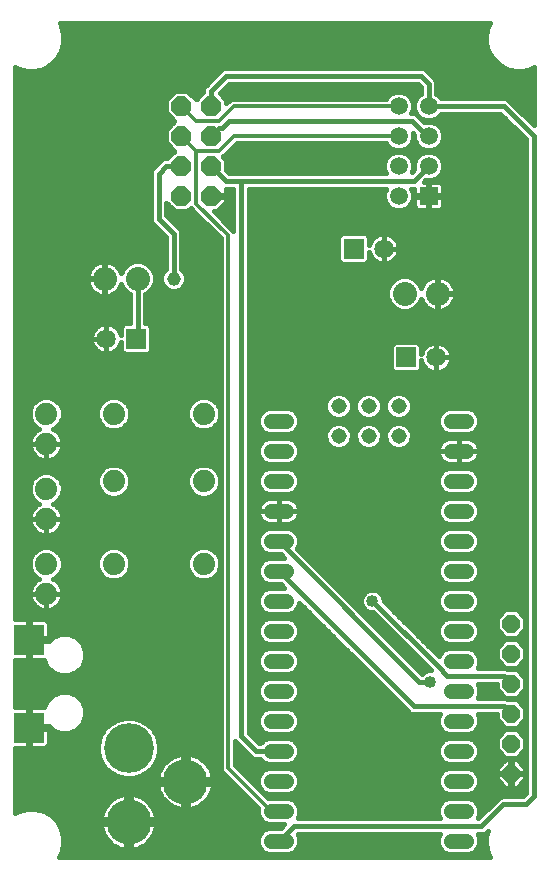
<source format=gbl>
G75*
%MOIN*%
%OFA0B0*%
%FSLAX25Y25*%
%IPPOS*%
%LPD*%
%AMOC8*
5,1,8,0,0,1.08239X$1,22.5*
%
%ADD10C,0.08000*%
%ADD11R,0.06500X0.06500*%
%ADD12C,0.06500*%
%ADD13C,0.16598*%
%ADD14C,0.15024*%
%ADD15C,0.07400*%
%ADD16OC8,0.06600*%
%ADD17R,0.05937X0.05937*%
%ADD18C,0.05937*%
%ADD19C,0.05150*%
%ADD20C,0.05150*%
%ADD21OC8,0.06000*%
%ADD22R,0.10000X0.10000*%
%ADD23C,0.01200*%
%ADD24C,0.01600*%
%ADD25C,0.04600*%
%ADD26C,0.04000*%
D10*
X0037000Y0215000D03*
X0048000Y0215000D03*
X0137000Y0210000D03*
X0148000Y0210000D03*
D11*
X0137500Y0188750D03*
X0120000Y0225000D03*
X0047500Y0195000D03*
D12*
X0037500Y0195000D03*
X0130000Y0225000D03*
X0147500Y0188750D03*
D13*
X0045000Y0058543D03*
D14*
X0045000Y0033937D03*
X0063898Y0047323D03*
D15*
X0070000Y0120000D03*
X0070000Y0147500D03*
X0070000Y0170000D03*
X0040000Y0170000D03*
X0040000Y0147500D03*
X0040000Y0120000D03*
X0017500Y0120000D03*
X0017500Y0110000D03*
X0017500Y0135000D03*
X0017500Y0145000D03*
X0017500Y0160000D03*
X0017500Y0170000D03*
D16*
X0062500Y0242500D03*
X0062500Y0252500D03*
X0062500Y0262500D03*
X0062500Y0272500D03*
X0072500Y0272500D03*
X0072500Y0262500D03*
X0072500Y0252500D03*
X0072500Y0242500D03*
D17*
X0145000Y0242500D03*
D18*
X0145000Y0252500D03*
X0145000Y0262500D03*
X0145000Y0272500D03*
X0135000Y0272500D03*
X0135000Y0262500D03*
X0135000Y0252500D03*
X0135000Y0242500D03*
D19*
X0152425Y0167500D02*
X0157575Y0167500D01*
X0157575Y0157500D02*
X0152425Y0157500D01*
X0152425Y0147500D02*
X0157575Y0147500D01*
X0157575Y0137500D02*
X0152425Y0137500D01*
X0152425Y0127500D02*
X0157575Y0127500D01*
X0157575Y0117500D02*
X0152425Y0117500D01*
X0152425Y0107500D02*
X0157575Y0107500D01*
X0157575Y0097500D02*
X0152425Y0097500D01*
X0152425Y0087500D02*
X0157575Y0087500D01*
X0157575Y0077500D02*
X0152425Y0077500D01*
X0152425Y0067500D02*
X0157575Y0067500D01*
X0157575Y0057500D02*
X0152425Y0057500D01*
X0152425Y0047500D02*
X0157575Y0047500D01*
X0157575Y0037500D02*
X0152425Y0037500D01*
X0152425Y0027500D02*
X0157575Y0027500D01*
X0097575Y0027500D02*
X0092425Y0027500D01*
X0092425Y0037500D02*
X0097575Y0037500D01*
X0097575Y0047500D02*
X0092425Y0047500D01*
X0092425Y0057500D02*
X0097575Y0057500D01*
X0097575Y0067500D02*
X0092425Y0067500D01*
X0092425Y0077500D02*
X0097575Y0077500D01*
X0097575Y0087500D02*
X0092425Y0087500D01*
X0092425Y0097500D02*
X0097575Y0097500D01*
X0097575Y0107500D02*
X0092425Y0107500D01*
X0092425Y0117500D02*
X0097575Y0117500D01*
X0097575Y0127500D02*
X0092425Y0127500D01*
X0092425Y0137500D02*
X0097575Y0137500D01*
X0097575Y0147500D02*
X0092425Y0147500D01*
X0092425Y0157500D02*
X0097575Y0157500D01*
X0097575Y0167500D02*
X0092425Y0167500D01*
D20*
X0115000Y0162500D03*
X0115000Y0172500D03*
X0125000Y0172500D03*
X0125000Y0162500D03*
X0135000Y0162500D03*
X0135000Y0172500D03*
D21*
X0172500Y0100000D03*
X0172500Y0090000D03*
X0172500Y0080000D03*
X0172500Y0070000D03*
X0172500Y0060000D03*
X0172500Y0050000D03*
D22*
X0011693Y0065335D03*
X0011693Y0094665D03*
D23*
X0048125Y0194375D02*
X0047500Y0195000D01*
X0078125Y0229375D02*
X0067500Y0240000D01*
X0067500Y0257500D01*
X0075000Y0257500D01*
X0080000Y0262500D01*
X0135000Y0262500D01*
X0135000Y0272500D02*
X0080000Y0272500D01*
X0075000Y0267500D01*
X0067500Y0267500D01*
X0062500Y0272500D01*
X0062500Y0262500D02*
X0067500Y0257500D01*
X0078125Y0229375D02*
X0078125Y0051875D01*
X0092500Y0037500D01*
X0095000Y0037500D01*
X0095000Y0057500D02*
X0092500Y0057500D01*
X0145000Y0272500D02*
X0145625Y0272500D01*
D24*
X0022564Y0023331D02*
X0021969Y0022300D01*
X0165531Y0022300D01*
X0164936Y0023331D01*
X0164200Y0026078D01*
X0164200Y0028922D01*
X0164748Y0030965D01*
X0164078Y0030296D01*
X0163122Y0029900D01*
X0161316Y0029900D01*
X0161950Y0028370D01*
X0161950Y0026630D01*
X0161284Y0025022D01*
X0160053Y0023791D01*
X0158445Y0023125D01*
X0151555Y0023125D01*
X0149947Y0023791D01*
X0148716Y0025022D01*
X0148050Y0026630D01*
X0148050Y0028370D01*
X0148684Y0029900D01*
X0101316Y0029900D01*
X0101950Y0028370D01*
X0101950Y0026630D01*
X0101284Y0025022D01*
X0100053Y0023791D01*
X0098445Y0023125D01*
X0091555Y0023125D01*
X0089947Y0023791D01*
X0088716Y0025022D01*
X0088050Y0026630D01*
X0088050Y0028370D01*
X0088716Y0029978D01*
X0089947Y0031209D01*
X0091555Y0031875D01*
X0095698Y0031875D01*
X0096948Y0033125D01*
X0091555Y0033125D01*
X0089947Y0033791D01*
X0088716Y0035022D01*
X0088050Y0036630D01*
X0088050Y0038370D01*
X0088105Y0038501D01*
X0076766Y0049840D01*
X0076090Y0050516D01*
X0075725Y0051398D01*
X0075725Y0228381D01*
X0066141Y0237965D01*
X0065659Y0238447D01*
X0064612Y0237400D01*
X0060388Y0237400D01*
X0057600Y0240188D01*
X0057600Y0236077D01*
X0061473Y0232204D01*
X0062204Y0231473D01*
X0062600Y0230517D01*
X0062600Y0218198D01*
X0063476Y0217322D01*
X0064100Y0215816D01*
X0064100Y0214184D01*
X0063476Y0212678D01*
X0062322Y0211524D01*
X0060816Y0210900D01*
X0059184Y0210900D01*
X0057678Y0211524D01*
X0056524Y0212678D01*
X0055900Y0214184D01*
X0055900Y0215816D01*
X0056524Y0217322D01*
X0057400Y0218198D01*
X0057400Y0228923D01*
X0052796Y0233527D01*
X0052400Y0234483D01*
X0052400Y0250517D01*
X0052796Y0251473D01*
X0053527Y0252204D01*
X0055296Y0253973D01*
X0056027Y0254704D01*
X0056983Y0255100D01*
X0057888Y0255100D01*
X0060288Y0257500D01*
X0057400Y0260388D01*
X0057400Y0264612D01*
X0060288Y0267500D01*
X0057400Y0270388D01*
X0057400Y0274612D01*
X0060388Y0277600D01*
X0064612Y0277600D01*
X0067500Y0274712D01*
X0069900Y0277112D01*
X0069900Y0278017D01*
X0070296Y0278973D01*
X0071027Y0279704D01*
X0076027Y0284704D01*
X0076983Y0285100D01*
X0143017Y0285100D01*
X0143973Y0284704D01*
X0144704Y0283973D01*
X0147204Y0281473D01*
X0147600Y0280517D01*
X0147600Y0276584D01*
X0147701Y0276543D01*
X0149043Y0275201D01*
X0149084Y0275100D01*
X0170517Y0275100D01*
X0171473Y0274704D01*
X0172204Y0273973D01*
X0180151Y0266026D01*
X0180151Y0285503D01*
X0179169Y0284936D01*
X0176422Y0284200D01*
X0173578Y0284200D01*
X0170831Y0284936D01*
X0168369Y0286358D01*
X0166358Y0288369D01*
X0164936Y0290831D01*
X0164200Y0293578D01*
X0164200Y0296422D01*
X0164936Y0299169D01*
X0165509Y0300161D01*
X0021991Y0300161D01*
X0022564Y0299169D01*
X0023300Y0296422D01*
X0023300Y0293578D01*
X0022564Y0290831D01*
X0021142Y0288369D01*
X0019131Y0286358D01*
X0016669Y0284936D01*
X0013922Y0284200D01*
X0011078Y0284200D01*
X0008331Y0284936D01*
X0007300Y0285531D01*
X0007300Y0101465D01*
X0011312Y0101465D01*
X0011312Y0095047D01*
X0012074Y0095047D01*
X0012074Y0101465D01*
X0016930Y0101465D01*
X0017388Y0101343D01*
X0017798Y0101106D01*
X0018133Y0100771D01*
X0018370Y0100360D01*
X0018493Y0099902D01*
X0018493Y0095046D01*
X0012074Y0095046D01*
X0012074Y0094284D01*
X0012074Y0087865D01*
X0016886Y0087865D01*
X0017801Y0085657D01*
X0019732Y0083726D01*
X0022256Y0082680D01*
X0024988Y0082680D01*
X0027512Y0083726D01*
X0029444Y0085657D01*
X0030489Y0088181D01*
X0030489Y0090913D01*
X0029444Y0093437D01*
X0027512Y0095369D01*
X0024988Y0096414D01*
X0022256Y0096414D01*
X0019732Y0095369D01*
X0018493Y0094129D01*
X0018493Y0094284D01*
X0012074Y0094284D01*
X0011312Y0094284D01*
X0011312Y0087865D01*
X0007300Y0087865D01*
X0007300Y0072135D01*
X0011312Y0072135D01*
X0011312Y0065716D01*
X0012074Y0065716D01*
X0012074Y0072135D01*
X0016886Y0072135D01*
X0017801Y0074343D01*
X0019732Y0076274D01*
X0022256Y0077320D01*
X0024988Y0077320D01*
X0027512Y0076274D01*
X0029444Y0074343D01*
X0030489Y0071819D01*
X0030489Y0069087D01*
X0029444Y0066563D01*
X0027512Y0064631D01*
X0024988Y0063586D01*
X0022256Y0063586D01*
X0019732Y0064631D01*
X0018493Y0065871D01*
X0018493Y0065716D01*
X0012074Y0065716D01*
X0012074Y0064954D01*
X0018493Y0064954D01*
X0018493Y0060098D01*
X0018370Y0059640D01*
X0018133Y0059229D01*
X0017798Y0058894D01*
X0017388Y0058657D01*
X0016930Y0058535D01*
X0012074Y0058535D01*
X0012074Y0064953D01*
X0011312Y0064953D01*
X0011312Y0058535D01*
X0007300Y0058535D01*
X0007300Y0036969D01*
X0008331Y0037564D01*
X0011078Y0038300D01*
X0013922Y0038300D01*
X0016669Y0037564D01*
X0019131Y0036142D01*
X0021142Y0034131D01*
X0022564Y0031669D01*
X0023300Y0028922D01*
X0023300Y0026078D01*
X0022564Y0023331D01*
X0022715Y0023894D02*
X0089844Y0023894D01*
X0088521Y0025493D02*
X0048926Y0025493D01*
X0048569Y0025320D02*
X0049511Y0025774D01*
X0050397Y0026331D01*
X0051215Y0026983D01*
X0051954Y0027722D01*
X0052606Y0028540D01*
X0053163Y0029426D01*
X0053617Y0030368D01*
X0053962Y0031355D01*
X0054195Y0032375D01*
X0054281Y0033137D01*
X0045800Y0033137D01*
X0045800Y0034737D01*
X0054281Y0034737D01*
X0054195Y0035499D01*
X0053962Y0036519D01*
X0053617Y0037506D01*
X0053163Y0038448D01*
X0052606Y0039334D01*
X0051954Y0040152D01*
X0051215Y0040891D01*
X0050397Y0041543D01*
X0049511Y0042100D01*
X0048569Y0042554D01*
X0047582Y0042899D01*
X0046562Y0043132D01*
X0045800Y0043218D01*
X0045800Y0034737D01*
X0044200Y0034737D01*
X0044200Y0033137D01*
X0045800Y0033137D01*
X0045800Y0024656D01*
X0046562Y0024742D01*
X0047582Y0024975D01*
X0048569Y0025320D01*
X0051323Y0027091D02*
X0088050Y0027091D01*
X0088183Y0028690D02*
X0052700Y0028690D01*
X0053578Y0030288D02*
X0089026Y0030288D01*
X0090686Y0033485D02*
X0045800Y0033485D01*
X0045800Y0031887D02*
X0044200Y0031887D01*
X0044200Y0033137D02*
X0044200Y0024656D01*
X0043438Y0024742D01*
X0042418Y0024975D01*
X0041431Y0025320D01*
X0040489Y0025774D01*
X0039603Y0026331D01*
X0038785Y0026983D01*
X0038046Y0027722D01*
X0037394Y0028540D01*
X0036837Y0029426D01*
X0036383Y0030368D01*
X0036038Y0031355D01*
X0035805Y0032375D01*
X0035719Y0033137D01*
X0044200Y0033137D01*
X0044200Y0033485D02*
X0021515Y0033485D01*
X0022438Y0031887D02*
X0035917Y0031887D01*
X0036422Y0030288D02*
X0022934Y0030288D01*
X0023300Y0028690D02*
X0037300Y0028690D01*
X0038677Y0027091D02*
X0023300Y0027091D01*
X0023143Y0025493D02*
X0041074Y0025493D01*
X0044200Y0025493D02*
X0045800Y0025493D01*
X0045800Y0027091D02*
X0044200Y0027091D01*
X0044200Y0028690D02*
X0045800Y0028690D01*
X0045800Y0030288D02*
X0044200Y0030288D01*
X0044200Y0034737D02*
X0035719Y0034737D01*
X0035805Y0035499D01*
X0036038Y0036519D01*
X0036383Y0037506D01*
X0036837Y0038448D01*
X0037394Y0039334D01*
X0038046Y0040152D01*
X0038785Y0040891D01*
X0039603Y0041543D01*
X0040489Y0042100D01*
X0041431Y0042554D01*
X0042418Y0042899D01*
X0043438Y0043132D01*
X0044200Y0043218D01*
X0044200Y0034737D01*
X0044200Y0035084D02*
X0045800Y0035084D01*
X0045800Y0036682D02*
X0044200Y0036682D01*
X0044200Y0038281D02*
X0045800Y0038281D01*
X0045800Y0039879D02*
X0044200Y0039879D01*
X0044200Y0041478D02*
X0045800Y0041478D01*
X0045800Y0043076D02*
X0044200Y0043076D01*
X0043194Y0043076D02*
X0007300Y0043076D01*
X0007300Y0041478D02*
X0039521Y0041478D01*
X0037828Y0039879D02*
X0007300Y0039879D01*
X0007300Y0038281D02*
X0011006Y0038281D01*
X0013994Y0038281D02*
X0036756Y0038281D01*
X0036095Y0036682D02*
X0018196Y0036682D01*
X0020190Y0035084D02*
X0035758Y0035084D01*
X0041102Y0049132D02*
X0043670Y0048444D01*
X0046330Y0048444D01*
X0048898Y0049132D01*
X0051201Y0050462D01*
X0053081Y0052342D01*
X0054411Y0054645D01*
X0055099Y0057214D01*
X0055099Y0059873D01*
X0054411Y0062441D01*
X0053081Y0064744D01*
X0051201Y0066625D01*
X0048898Y0067954D01*
X0046330Y0068643D01*
X0043670Y0068643D01*
X0041102Y0067954D01*
X0038799Y0066625D01*
X0036919Y0064744D01*
X0035589Y0062441D01*
X0034901Y0059873D01*
X0034901Y0057214D01*
X0035589Y0054645D01*
X0036919Y0052342D01*
X0038799Y0050462D01*
X0041102Y0049132D01*
X0040517Y0049470D02*
X0007300Y0049470D01*
X0007300Y0047872D02*
X0063098Y0047872D01*
X0063098Y0048123D02*
X0063098Y0046523D01*
X0064698Y0046523D01*
X0064698Y0048123D01*
X0073178Y0048123D01*
X0073092Y0048885D01*
X0072860Y0049905D01*
X0072514Y0050892D01*
X0072060Y0051834D01*
X0071504Y0052720D01*
X0070852Y0053537D01*
X0070112Y0054277D01*
X0069295Y0054929D01*
X0068409Y0055486D01*
X0067467Y0055939D01*
X0066480Y0056285D01*
X0065460Y0056518D01*
X0064698Y0056603D01*
X0064698Y0048123D01*
X0063098Y0048123D01*
X0063098Y0056603D01*
X0062335Y0056518D01*
X0061316Y0056285D01*
X0060329Y0055939D01*
X0059386Y0055486D01*
X0058501Y0054929D01*
X0057683Y0054277D01*
X0056943Y0053537D01*
X0056291Y0052720D01*
X0055735Y0051834D01*
X0055281Y0050892D01*
X0054936Y0049905D01*
X0054703Y0048885D01*
X0054617Y0048123D01*
X0063098Y0048123D01*
X0063098Y0049470D02*
X0064698Y0049470D01*
X0064698Y0047872D02*
X0078734Y0047872D01*
X0077136Y0049470D02*
X0072959Y0049470D01*
X0072429Y0051069D02*
X0075861Y0051069D01*
X0075725Y0052667D02*
X0071537Y0052667D01*
X0070124Y0054266D02*
X0075725Y0054266D01*
X0075725Y0055864D02*
X0067623Y0055864D01*
X0064698Y0055864D02*
X0063098Y0055864D01*
X0063098Y0054266D02*
X0064698Y0054266D01*
X0064698Y0052667D02*
X0063098Y0052667D01*
X0063098Y0051069D02*
X0064698Y0051069D01*
X0064698Y0046523D02*
X0073178Y0046523D01*
X0073092Y0045761D01*
X0072860Y0044741D01*
X0072514Y0043754D01*
X0072060Y0042811D01*
X0071504Y0041926D01*
X0070852Y0041108D01*
X0070112Y0040369D01*
X0069295Y0039717D01*
X0068409Y0039160D01*
X0067467Y0038706D01*
X0066480Y0038361D01*
X0065460Y0038128D01*
X0064698Y0038042D01*
X0064698Y0046523D01*
X0064698Y0046273D02*
X0063098Y0046273D01*
X0063098Y0046523D02*
X0063098Y0038042D01*
X0062335Y0038128D01*
X0061316Y0038361D01*
X0060329Y0038706D01*
X0059386Y0039160D01*
X0058501Y0039717D01*
X0057683Y0040369D01*
X0056943Y0041108D01*
X0056291Y0041926D01*
X0055735Y0042811D01*
X0055281Y0043754D01*
X0054936Y0044741D01*
X0054703Y0045761D01*
X0054617Y0046523D01*
X0063098Y0046523D01*
X0063098Y0044675D02*
X0064698Y0044675D01*
X0064698Y0043076D02*
X0063098Y0043076D01*
X0063098Y0041478D02*
X0064698Y0041478D01*
X0064698Y0039879D02*
X0063098Y0039879D01*
X0063098Y0038281D02*
X0064698Y0038281D01*
X0066128Y0038281D02*
X0088050Y0038281D01*
X0088050Y0036682D02*
X0053905Y0036682D01*
X0054242Y0035084D02*
X0088691Y0035084D01*
X0086727Y0039879D02*
X0069499Y0039879D01*
X0071147Y0041478D02*
X0085128Y0041478D01*
X0083530Y0043076D02*
X0072188Y0043076D01*
X0072836Y0044675D02*
X0081931Y0044675D01*
X0080333Y0046273D02*
X0073150Y0046273D01*
X0075725Y0057463D02*
X0055099Y0057463D01*
X0055099Y0059061D02*
X0075725Y0059061D01*
X0075725Y0060660D02*
X0054888Y0060660D01*
X0054460Y0062258D02*
X0075725Y0062258D01*
X0075725Y0063857D02*
X0053594Y0063857D01*
X0052370Y0065455D02*
X0075725Y0065455D01*
X0075725Y0067054D02*
X0050458Y0067054D01*
X0054738Y0055864D02*
X0060173Y0055864D01*
X0057672Y0054266D02*
X0054192Y0054266D01*
X0053269Y0052667D02*
X0056258Y0052667D01*
X0055366Y0051069D02*
X0051808Y0051069D01*
X0049483Y0049470D02*
X0054836Y0049470D01*
X0054645Y0046273D02*
X0007300Y0046273D01*
X0007300Y0044675D02*
X0054959Y0044675D01*
X0055607Y0043076D02*
X0046806Y0043076D01*
X0050479Y0041478D02*
X0056649Y0041478D01*
X0058297Y0039879D02*
X0052172Y0039879D01*
X0053244Y0038281D02*
X0061667Y0038281D01*
X0054083Y0031887D02*
X0095710Y0031887D01*
X0100000Y0032500D02*
X0095000Y0027500D01*
X0100156Y0023894D02*
X0149844Y0023894D01*
X0148521Y0025493D02*
X0101479Y0025493D01*
X0101950Y0027091D02*
X0148050Y0027091D01*
X0148183Y0028690D02*
X0101817Y0028690D01*
X0100000Y0032500D02*
X0162605Y0032500D01*
X0169905Y0039800D01*
X0172300Y0039800D01*
X0172500Y0040000D01*
X0177500Y0040000D01*
X0180000Y0042500D01*
X0180000Y0262500D01*
X0170000Y0272500D01*
X0145000Y0272500D01*
X0145000Y0280000D01*
X0142500Y0282500D01*
X0077500Y0282500D01*
X0072500Y0277500D01*
X0072500Y0272500D01*
X0069246Y0276459D02*
X0065754Y0276459D01*
X0067352Y0274860D02*
X0067648Y0274860D01*
X0069917Y0278057D02*
X0007300Y0278057D01*
X0007300Y0276459D02*
X0059246Y0276459D01*
X0057648Y0274860D02*
X0007300Y0274860D01*
X0007300Y0273262D02*
X0057400Y0273262D01*
X0057400Y0271663D02*
X0007300Y0271663D01*
X0007300Y0270065D02*
X0057723Y0270065D01*
X0059321Y0268466D02*
X0007300Y0268466D01*
X0007300Y0266868D02*
X0059655Y0266868D01*
X0058057Y0265269D02*
X0007300Y0265269D01*
X0007300Y0263671D02*
X0057400Y0263671D01*
X0057400Y0262072D02*
X0007300Y0262072D01*
X0007300Y0260474D02*
X0057400Y0260474D01*
X0058912Y0258875D02*
X0007300Y0258875D01*
X0007300Y0257277D02*
X0060064Y0257277D01*
X0058466Y0255678D02*
X0007300Y0255678D01*
X0007300Y0254080D02*
X0055403Y0254080D01*
X0053804Y0252481D02*
X0007300Y0252481D01*
X0007300Y0250883D02*
X0052551Y0250883D01*
X0052400Y0249284D02*
X0007300Y0249284D01*
X0007300Y0247686D02*
X0052400Y0247686D01*
X0052400Y0246087D02*
X0007300Y0246087D01*
X0007300Y0244489D02*
X0052400Y0244489D01*
X0052400Y0242890D02*
X0007300Y0242890D01*
X0007300Y0241292D02*
X0052400Y0241292D01*
X0052400Y0239693D02*
X0007300Y0239693D01*
X0007300Y0238095D02*
X0052400Y0238095D01*
X0052400Y0236496D02*
X0007300Y0236496D01*
X0007300Y0234898D02*
X0052400Y0234898D01*
X0053024Y0233299D02*
X0007300Y0233299D01*
X0007300Y0231701D02*
X0054623Y0231701D01*
X0056221Y0230102D02*
X0007300Y0230102D01*
X0007300Y0228503D02*
X0057400Y0228503D01*
X0057400Y0226905D02*
X0007300Y0226905D01*
X0007300Y0225306D02*
X0057400Y0225306D01*
X0057400Y0223708D02*
X0007300Y0223708D01*
X0007300Y0222109D02*
X0057400Y0222109D01*
X0057400Y0220511D02*
X0049852Y0220511D01*
X0049154Y0220800D02*
X0046846Y0220800D01*
X0044715Y0219917D01*
X0043083Y0218285D01*
X0042493Y0216862D01*
X0042375Y0217226D01*
X0041961Y0218040D01*
X0041424Y0218778D01*
X0040778Y0219424D01*
X0040040Y0219961D01*
X0039226Y0220375D01*
X0038358Y0220657D01*
X0037456Y0220800D01*
X0037200Y0220800D01*
X0037200Y0215200D01*
X0036800Y0215200D01*
X0036800Y0220800D01*
X0036544Y0220800D01*
X0035642Y0220657D01*
X0034774Y0220375D01*
X0033960Y0219961D01*
X0033222Y0219424D01*
X0032576Y0218778D01*
X0032039Y0218040D01*
X0031625Y0217226D01*
X0031343Y0216358D01*
X0031200Y0215456D01*
X0031200Y0215200D01*
X0036800Y0215200D01*
X0036800Y0214800D01*
X0037200Y0214800D01*
X0037200Y0209200D01*
X0037456Y0209200D01*
X0038358Y0209343D01*
X0039226Y0209625D01*
X0040040Y0210039D01*
X0040778Y0210576D01*
X0041424Y0211222D01*
X0041961Y0211960D01*
X0042375Y0212774D01*
X0042493Y0213138D01*
X0043083Y0211715D01*
X0044715Y0210083D01*
X0045400Y0209799D01*
X0045400Y0200050D01*
X0043504Y0200050D01*
X0042450Y0198996D01*
X0042450Y0196029D01*
X0042426Y0196183D01*
X0042180Y0196939D01*
X0041819Y0197647D01*
X0041352Y0198290D01*
X0040790Y0198852D01*
X0040147Y0199319D01*
X0039439Y0199680D01*
X0038683Y0199926D01*
X0037897Y0200050D01*
X0037500Y0200050D01*
X0037500Y0195000D01*
X0037500Y0195000D01*
X0037500Y0189950D01*
X0037897Y0189950D01*
X0038683Y0190074D01*
X0039439Y0190320D01*
X0040147Y0190681D01*
X0040790Y0191148D01*
X0041352Y0191710D01*
X0041819Y0192353D01*
X0042180Y0193061D01*
X0042426Y0193817D01*
X0042450Y0193971D01*
X0042450Y0191004D01*
X0043504Y0189950D01*
X0051496Y0189950D01*
X0052550Y0191004D01*
X0052550Y0198996D01*
X0051496Y0200050D01*
X0050600Y0200050D01*
X0050600Y0209799D01*
X0051285Y0210083D01*
X0052917Y0211715D01*
X0053800Y0213846D01*
X0053800Y0216154D01*
X0052917Y0218285D01*
X0051285Y0219917D01*
X0049154Y0220800D01*
X0052290Y0218912D02*
X0057400Y0218912D01*
X0056521Y0217314D02*
X0053319Y0217314D01*
X0053800Y0215715D02*
X0055900Y0215715D01*
X0055928Y0214117D02*
X0053800Y0214117D01*
X0053250Y0212518D02*
X0056683Y0212518D01*
X0059136Y0210920D02*
X0052122Y0210920D01*
X0050600Y0209321D02*
X0075725Y0209321D01*
X0075725Y0207723D02*
X0050600Y0207723D01*
X0050600Y0206124D02*
X0075725Y0206124D01*
X0075725Y0204526D02*
X0050600Y0204526D01*
X0050600Y0202927D02*
X0075725Y0202927D01*
X0075725Y0201329D02*
X0050600Y0201329D01*
X0051815Y0199730D02*
X0075725Y0199730D01*
X0075725Y0198132D02*
X0052550Y0198132D01*
X0052550Y0196533D02*
X0075725Y0196533D01*
X0075725Y0194935D02*
X0052550Y0194935D01*
X0052550Y0193336D02*
X0075725Y0193336D01*
X0075725Y0191738D02*
X0052550Y0191738D01*
X0051685Y0190139D02*
X0075725Y0190139D01*
X0075725Y0188541D02*
X0007300Y0188541D01*
X0007300Y0190139D02*
X0036118Y0190139D01*
X0036317Y0190074D02*
X0037103Y0189950D01*
X0037500Y0189950D01*
X0037500Y0195000D01*
X0037500Y0195000D01*
X0037500Y0195000D01*
X0032450Y0195000D01*
X0032450Y0195397D01*
X0032574Y0196183D01*
X0032820Y0196939D01*
X0033181Y0197647D01*
X0033648Y0198290D01*
X0034210Y0198852D01*
X0034853Y0199319D01*
X0035561Y0199680D01*
X0036317Y0199926D01*
X0037103Y0200050D01*
X0037500Y0200050D01*
X0037500Y0195000D01*
X0032450Y0195000D01*
X0032450Y0194603D01*
X0032574Y0193817D01*
X0032820Y0193061D01*
X0033181Y0192353D01*
X0033648Y0191710D01*
X0034210Y0191148D01*
X0034853Y0190681D01*
X0035561Y0190320D01*
X0036317Y0190074D01*
X0037500Y0190139D02*
X0037500Y0190139D01*
X0038882Y0190139D02*
X0043315Y0190139D01*
X0042450Y0191738D02*
X0041372Y0191738D01*
X0042269Y0193336D02*
X0042450Y0193336D01*
X0042450Y0196533D02*
X0042312Y0196533D01*
X0042450Y0198132D02*
X0041467Y0198132D01*
X0043185Y0199730D02*
X0039284Y0199730D01*
X0037500Y0199730D02*
X0037500Y0199730D01*
X0037500Y0198132D02*
X0037500Y0198132D01*
X0037500Y0196533D02*
X0037500Y0196533D01*
X0037500Y0194935D02*
X0037500Y0194935D01*
X0037500Y0193336D02*
X0037500Y0193336D01*
X0037500Y0191738D02*
X0037500Y0191738D01*
X0033628Y0191738D02*
X0007300Y0191738D01*
X0007300Y0193336D02*
X0032731Y0193336D01*
X0032450Y0194935D02*
X0007300Y0194935D01*
X0007300Y0196533D02*
X0032688Y0196533D01*
X0033533Y0198132D02*
X0007300Y0198132D01*
X0007300Y0199730D02*
X0035716Y0199730D01*
X0036544Y0209200D02*
X0036800Y0209200D01*
X0036800Y0214800D01*
X0031200Y0214800D01*
X0031200Y0214544D01*
X0031343Y0213642D01*
X0031625Y0212774D01*
X0032039Y0211960D01*
X0032576Y0211222D01*
X0033222Y0210576D01*
X0033960Y0210039D01*
X0034774Y0209625D01*
X0035642Y0209343D01*
X0036544Y0209200D01*
X0036800Y0209321D02*
X0037200Y0209321D01*
X0038223Y0209321D02*
X0045400Y0209321D01*
X0045400Y0207723D02*
X0007300Y0207723D01*
X0007300Y0209321D02*
X0035777Y0209321D01*
X0036800Y0210920D02*
X0037200Y0210920D01*
X0037200Y0212518D02*
X0036800Y0212518D01*
X0036800Y0214117D02*
X0037200Y0214117D01*
X0037200Y0215715D02*
X0036800Y0215715D01*
X0036800Y0217314D02*
X0037200Y0217314D01*
X0037200Y0218912D02*
X0036800Y0218912D01*
X0036800Y0220511D02*
X0037200Y0220511D01*
X0038808Y0220511D02*
X0046148Y0220511D01*
X0043710Y0218912D02*
X0041290Y0218912D01*
X0042330Y0217314D02*
X0042681Y0217314D01*
X0042750Y0212518D02*
X0042245Y0212518D01*
X0041122Y0210920D02*
X0043878Y0210920D01*
X0045400Y0206124D02*
X0007300Y0206124D01*
X0007300Y0204526D02*
X0045400Y0204526D01*
X0045400Y0202927D02*
X0007300Y0202927D01*
X0007300Y0201329D02*
X0045400Y0201329D01*
X0048000Y0195500D02*
X0048000Y0215000D01*
X0060000Y0230000D02*
X0055000Y0235000D01*
X0055000Y0250000D01*
X0057500Y0252500D01*
X0062500Y0252500D01*
X0058094Y0239693D02*
X0057600Y0239693D01*
X0057600Y0238095D02*
X0059693Y0238095D01*
X0057600Y0236496D02*
X0067610Y0236496D01*
X0069208Y0234898D02*
X0058779Y0234898D01*
X0060378Y0233299D02*
X0070807Y0233299D01*
X0072405Y0231701D02*
X0061976Y0231701D01*
X0062600Y0230102D02*
X0074004Y0230102D01*
X0075602Y0228503D02*
X0062600Y0228503D01*
X0062600Y0226905D02*
X0075725Y0226905D01*
X0075725Y0225306D02*
X0062600Y0225306D01*
X0062600Y0223708D02*
X0075725Y0223708D01*
X0075725Y0222109D02*
X0062600Y0222109D01*
X0062600Y0220511D02*
X0075725Y0220511D01*
X0075725Y0218912D02*
X0062600Y0218912D01*
X0063479Y0217314D02*
X0075725Y0217314D01*
X0075725Y0215715D02*
X0064100Y0215715D01*
X0064072Y0214117D02*
X0075725Y0214117D01*
X0075725Y0212518D02*
X0063317Y0212518D01*
X0060863Y0210920D02*
X0075725Y0210920D01*
X0085100Y0210920D02*
X0131200Y0210920D01*
X0131200Y0211154D02*
X0131200Y0208846D01*
X0132083Y0206715D01*
X0133715Y0205083D01*
X0135846Y0204200D01*
X0138154Y0204200D01*
X0140285Y0205083D01*
X0141917Y0206715D01*
X0142507Y0208138D01*
X0142625Y0207774D01*
X0143039Y0206960D01*
X0143576Y0206222D01*
X0144222Y0205576D01*
X0144960Y0205039D01*
X0145774Y0204625D01*
X0146642Y0204343D01*
X0147544Y0204200D01*
X0147800Y0204200D01*
X0147800Y0209800D01*
X0148200Y0209800D01*
X0148200Y0210200D01*
X0153800Y0210200D01*
X0153800Y0210456D01*
X0153657Y0211358D01*
X0153375Y0212226D01*
X0152961Y0213040D01*
X0152424Y0213778D01*
X0151778Y0214424D01*
X0151040Y0214961D01*
X0150226Y0215375D01*
X0149358Y0215657D01*
X0148456Y0215800D01*
X0148200Y0215800D01*
X0148200Y0210200D01*
X0147800Y0210200D01*
X0147800Y0215800D01*
X0147544Y0215800D01*
X0146642Y0215657D01*
X0145774Y0215375D01*
X0144960Y0214961D01*
X0144222Y0214424D01*
X0143576Y0213778D01*
X0143039Y0213040D01*
X0142625Y0212226D01*
X0142507Y0211862D01*
X0141917Y0213285D01*
X0140285Y0214917D01*
X0138154Y0215800D01*
X0135846Y0215800D01*
X0133715Y0214917D01*
X0132083Y0213285D01*
X0131200Y0211154D01*
X0131765Y0212518D02*
X0085100Y0212518D01*
X0085100Y0214117D02*
X0132914Y0214117D01*
X0135642Y0215715D02*
X0085100Y0215715D01*
X0085100Y0217314D02*
X0177400Y0217314D01*
X0177400Y0218912D02*
X0085100Y0218912D01*
X0085100Y0220511D02*
X0115443Y0220511D01*
X0114950Y0221004D02*
X0116004Y0219950D01*
X0123996Y0219950D01*
X0125050Y0221004D01*
X0125050Y0223971D01*
X0125074Y0223817D01*
X0125320Y0223061D01*
X0125681Y0222353D01*
X0126148Y0221710D01*
X0126710Y0221148D01*
X0127353Y0220681D01*
X0128061Y0220320D01*
X0128817Y0220074D01*
X0129603Y0219950D01*
X0130000Y0219950D01*
X0130397Y0219950D01*
X0131183Y0220074D01*
X0131939Y0220320D01*
X0132647Y0220681D01*
X0133290Y0221148D01*
X0133852Y0221710D01*
X0134319Y0222353D01*
X0134680Y0223061D01*
X0134926Y0223817D01*
X0135050Y0224603D01*
X0135050Y0225000D01*
X0135050Y0225397D01*
X0134926Y0226183D01*
X0134680Y0226939D01*
X0134319Y0227647D01*
X0133852Y0228290D01*
X0133290Y0228852D01*
X0132647Y0229319D01*
X0131939Y0229680D01*
X0131183Y0229926D01*
X0130397Y0230050D01*
X0130000Y0230050D01*
X0130000Y0225000D01*
X0135050Y0225000D01*
X0130000Y0225000D01*
X0130000Y0225000D01*
X0130000Y0225000D01*
X0130000Y0219950D01*
X0130000Y0225000D01*
X0130000Y0225000D01*
X0130000Y0230050D01*
X0129603Y0230050D01*
X0128817Y0229926D01*
X0128061Y0229680D01*
X0127353Y0229319D01*
X0126710Y0228852D01*
X0126148Y0228290D01*
X0125681Y0227647D01*
X0125320Y0226939D01*
X0125074Y0226183D01*
X0125050Y0226029D01*
X0125050Y0228996D01*
X0123996Y0230050D01*
X0116004Y0230050D01*
X0114950Y0228996D01*
X0114950Y0221004D01*
X0114950Y0222109D02*
X0085100Y0222109D01*
X0085100Y0223708D02*
X0114950Y0223708D01*
X0114950Y0225306D02*
X0085100Y0225306D01*
X0085100Y0226905D02*
X0114950Y0226905D01*
X0114950Y0228503D02*
X0085100Y0228503D01*
X0085100Y0230102D02*
X0177400Y0230102D01*
X0177400Y0231701D02*
X0085100Y0231701D01*
X0085100Y0233299D02*
X0177400Y0233299D01*
X0177400Y0234898D02*
X0085100Y0234898D01*
X0085100Y0236496D02*
X0177400Y0236496D01*
X0177400Y0238095D02*
X0149077Y0238095D01*
X0149074Y0238091D02*
X0149409Y0238426D01*
X0149646Y0238837D01*
X0149768Y0239295D01*
X0149768Y0242316D01*
X0145184Y0242316D01*
X0145184Y0237731D01*
X0148205Y0237731D01*
X0148663Y0237854D01*
X0149074Y0238091D01*
X0149768Y0239693D02*
X0177400Y0239693D01*
X0177400Y0241292D02*
X0149768Y0241292D01*
X0149768Y0242684D02*
X0149768Y0245705D01*
X0149646Y0246163D01*
X0149409Y0246574D01*
X0149074Y0246909D01*
X0148663Y0247146D01*
X0148205Y0247268D01*
X0145184Y0247268D01*
X0145184Y0242684D01*
X0144816Y0242684D01*
X0144816Y0242316D01*
X0145184Y0242316D01*
X0145184Y0242684D01*
X0149768Y0242684D01*
X0149768Y0242890D02*
X0177400Y0242890D01*
X0177400Y0244489D02*
X0149768Y0244489D01*
X0149666Y0246087D02*
X0177400Y0246087D01*
X0177400Y0247686D02*
X0143863Y0247686D01*
X0143950Y0247773D02*
X0144051Y0247731D01*
X0145949Y0247731D01*
X0147701Y0248457D01*
X0149043Y0249799D01*
X0149768Y0251551D01*
X0149768Y0253449D01*
X0149043Y0255201D01*
X0147701Y0256543D01*
X0145949Y0257268D01*
X0144051Y0257268D01*
X0142299Y0256543D01*
X0140957Y0255201D01*
X0140231Y0253449D01*
X0140231Y0251551D01*
X0140273Y0251450D01*
X0139340Y0250517D01*
X0139768Y0251551D01*
X0139768Y0253449D01*
X0139043Y0255201D01*
X0137701Y0256543D01*
X0135949Y0257268D01*
X0134051Y0257268D01*
X0132299Y0256543D01*
X0130957Y0255201D01*
X0130231Y0253449D01*
X0130231Y0251551D01*
X0130833Y0250100D01*
X0078577Y0250100D01*
X0077600Y0251077D01*
X0077600Y0254612D01*
X0076553Y0255659D01*
X0077035Y0256141D01*
X0080994Y0260100D01*
X0130833Y0260100D01*
X0130957Y0259799D01*
X0132299Y0258457D01*
X0134051Y0257731D01*
X0135949Y0257731D01*
X0137701Y0258457D01*
X0139043Y0259799D01*
X0139768Y0261551D01*
X0139768Y0263430D01*
X0140231Y0262967D01*
X0140231Y0261551D01*
X0140957Y0259799D01*
X0142299Y0258457D01*
X0144051Y0257731D01*
X0145949Y0257731D01*
X0147701Y0258457D01*
X0149043Y0259799D01*
X0149768Y0261551D01*
X0149768Y0263449D01*
X0149043Y0265201D01*
X0147701Y0266543D01*
X0145949Y0267268D01*
X0144051Y0267268D01*
X0143508Y0267044D01*
X0140848Y0269704D01*
X0139892Y0270100D01*
X0139167Y0270100D01*
X0139768Y0271551D01*
X0139768Y0273449D01*
X0139043Y0275201D01*
X0137701Y0276543D01*
X0135949Y0277268D01*
X0134051Y0277268D01*
X0132299Y0276543D01*
X0130957Y0275201D01*
X0130833Y0274900D01*
X0079523Y0274900D01*
X0078641Y0274535D01*
X0077600Y0273494D01*
X0077600Y0274612D01*
X0075445Y0276768D01*
X0078577Y0279900D01*
X0141423Y0279900D01*
X0142400Y0278923D01*
X0142400Y0276584D01*
X0142299Y0276543D01*
X0140957Y0275201D01*
X0140231Y0273449D01*
X0140231Y0271551D01*
X0140957Y0269799D01*
X0142299Y0268457D01*
X0144051Y0267731D01*
X0145949Y0267731D01*
X0147701Y0268457D01*
X0149043Y0269799D01*
X0149084Y0269900D01*
X0168923Y0269900D01*
X0177400Y0261423D01*
X0177400Y0043577D01*
X0176423Y0042600D01*
X0171983Y0042600D01*
X0171500Y0042400D01*
X0169388Y0042400D01*
X0168432Y0042004D01*
X0161528Y0035100D01*
X0161316Y0035100D01*
X0161950Y0036630D01*
X0161950Y0038370D01*
X0161284Y0039978D01*
X0160053Y0041209D01*
X0158445Y0041875D01*
X0151555Y0041875D01*
X0149947Y0041209D01*
X0148716Y0039978D01*
X0148050Y0038370D01*
X0148050Y0036630D01*
X0148684Y0035100D01*
X0101316Y0035100D01*
X0101950Y0036630D01*
X0101950Y0038370D01*
X0101284Y0039978D01*
X0100053Y0041209D01*
X0098445Y0041875D01*
X0091555Y0041875D01*
X0091530Y0041864D01*
X0080525Y0052869D01*
X0080525Y0060798D01*
X0081027Y0060296D01*
X0085296Y0056027D01*
X0086027Y0055296D01*
X0086983Y0054900D01*
X0088838Y0054900D01*
X0089947Y0053791D01*
X0091555Y0053125D01*
X0098445Y0053125D01*
X0100053Y0053791D01*
X0101284Y0055022D01*
X0101950Y0056630D01*
X0101950Y0058370D01*
X0101284Y0059978D01*
X0100053Y0061209D01*
X0098445Y0061875D01*
X0091555Y0061875D01*
X0089947Y0061209D01*
X0088838Y0060100D01*
X0088577Y0060100D01*
X0085100Y0063577D01*
X0085100Y0244900D01*
X0130833Y0244900D01*
X0130231Y0243449D01*
X0130231Y0241551D01*
X0130957Y0239799D01*
X0132299Y0238457D01*
X0134051Y0237731D01*
X0135949Y0237731D01*
X0137701Y0238457D01*
X0139043Y0239799D01*
X0139768Y0241551D01*
X0139768Y0243449D01*
X0139167Y0244900D01*
X0140231Y0244900D01*
X0140231Y0242684D01*
X0144816Y0242684D01*
X0144816Y0247268D01*
X0143445Y0247268D01*
X0143950Y0247773D01*
X0144816Y0246087D02*
X0145184Y0246087D01*
X0145184Y0244489D02*
X0144816Y0244489D01*
X0144816Y0242890D02*
X0145184Y0242890D01*
X0144816Y0242316D02*
X0140231Y0242316D01*
X0140231Y0239295D01*
X0140354Y0238837D01*
X0140591Y0238426D01*
X0140926Y0238091D01*
X0141337Y0237854D01*
X0141795Y0237731D01*
X0144816Y0237731D01*
X0144816Y0242316D01*
X0144816Y0241292D02*
X0145184Y0241292D01*
X0145184Y0239693D02*
X0144816Y0239693D01*
X0144816Y0238095D02*
X0145184Y0238095D01*
X0140923Y0238095D02*
X0136825Y0238095D01*
X0138937Y0239693D02*
X0140231Y0239693D01*
X0140231Y0241292D02*
X0139661Y0241292D01*
X0139768Y0242890D02*
X0140231Y0242890D01*
X0140231Y0244489D02*
X0139338Y0244489D01*
X0140000Y0247500D02*
X0082500Y0247500D01*
X0082500Y0062500D01*
X0087500Y0057500D01*
X0095000Y0057500D01*
X0091555Y0063125D02*
X0098445Y0063125D01*
X0100053Y0063791D01*
X0101284Y0065022D01*
X0101950Y0066630D01*
X0101950Y0068370D01*
X0101284Y0069978D01*
X0100053Y0071209D01*
X0098445Y0071875D01*
X0091555Y0071875D01*
X0089947Y0071209D01*
X0088716Y0069978D01*
X0088050Y0068370D01*
X0088050Y0066630D01*
X0088716Y0065022D01*
X0089947Y0063791D01*
X0091555Y0063125D01*
X0089881Y0063857D02*
X0085100Y0063857D01*
X0085100Y0065455D02*
X0088537Y0065455D01*
X0088050Y0067054D02*
X0085100Y0067054D01*
X0085100Y0068652D02*
X0088167Y0068652D01*
X0088989Y0070251D02*
X0085100Y0070251D01*
X0085100Y0071849D02*
X0091494Y0071849D01*
X0091555Y0073125D02*
X0089947Y0073791D01*
X0088716Y0075022D01*
X0088050Y0076630D01*
X0088050Y0078370D01*
X0088716Y0079978D01*
X0089947Y0081209D01*
X0091555Y0081875D01*
X0098445Y0081875D01*
X0100053Y0081209D01*
X0101284Y0079978D01*
X0101950Y0078370D01*
X0101950Y0076630D01*
X0101284Y0075022D01*
X0100053Y0073791D01*
X0098445Y0073125D01*
X0091555Y0073125D01*
X0090776Y0073448D02*
X0085100Y0073448D01*
X0085100Y0075046D02*
X0088706Y0075046D01*
X0088050Y0076645D02*
X0085100Y0076645D01*
X0085100Y0078243D02*
X0088050Y0078243D01*
X0088660Y0079842D02*
X0085100Y0079842D01*
X0085100Y0081440D02*
X0090506Y0081440D01*
X0091555Y0083125D02*
X0089947Y0083791D01*
X0088716Y0085022D01*
X0088050Y0086630D01*
X0088050Y0088370D01*
X0088716Y0089978D01*
X0089947Y0091209D01*
X0091555Y0091875D01*
X0098445Y0091875D01*
X0100053Y0091209D01*
X0101284Y0089978D01*
X0101950Y0088370D01*
X0101950Y0086630D01*
X0101284Y0085022D01*
X0100053Y0083791D01*
X0098445Y0083125D01*
X0091555Y0083125D01*
X0089101Y0084637D02*
X0085100Y0084637D01*
X0085100Y0083039D02*
X0125784Y0083039D01*
X0124186Y0084637D02*
X0100899Y0084637D01*
X0101786Y0086236D02*
X0122587Y0086236D01*
X0120989Y0087834D02*
X0101950Y0087834D01*
X0101509Y0089433D02*
X0119390Y0089433D01*
X0117792Y0091032D02*
X0100230Y0091032D01*
X0098445Y0093125D02*
X0100053Y0093791D01*
X0101284Y0095022D01*
X0101950Y0096630D01*
X0101950Y0098370D01*
X0101284Y0099978D01*
X0100053Y0101209D01*
X0098445Y0101875D01*
X0091555Y0101875D01*
X0089947Y0101209D01*
X0088716Y0099978D01*
X0088050Y0098370D01*
X0088050Y0096630D01*
X0088716Y0095022D01*
X0089947Y0093791D01*
X0091555Y0093125D01*
X0098445Y0093125D01*
X0100490Y0094229D02*
X0114595Y0094229D01*
X0116193Y0092630D02*
X0085100Y0092630D01*
X0085100Y0091032D02*
X0089770Y0091032D01*
X0088491Y0089433D02*
X0085100Y0089433D01*
X0085100Y0087834D02*
X0088050Y0087834D01*
X0088214Y0086236D02*
X0085100Y0086236D01*
X0085100Y0094229D02*
X0089510Y0094229D01*
X0088383Y0095827D02*
X0085100Y0095827D01*
X0085100Y0097426D02*
X0088050Y0097426D01*
X0088321Y0099024D02*
X0085100Y0099024D01*
X0085100Y0100623D02*
X0089361Y0100623D01*
X0089947Y0103791D02*
X0091555Y0103125D01*
X0098445Y0103125D01*
X0100053Y0103791D01*
X0101284Y0105022D01*
X0101950Y0106630D01*
X0101950Y0106873D01*
X0137796Y0071027D01*
X0138527Y0070296D01*
X0139483Y0069900D01*
X0148684Y0069900D01*
X0148050Y0068370D01*
X0148050Y0066630D01*
X0148716Y0065022D01*
X0149947Y0063791D01*
X0151555Y0063125D01*
X0158445Y0063125D01*
X0160053Y0063791D01*
X0161284Y0065022D01*
X0161950Y0066630D01*
X0161950Y0068370D01*
X0161316Y0069900D01*
X0167700Y0069900D01*
X0167700Y0068012D01*
X0170512Y0065200D01*
X0174488Y0065200D01*
X0177300Y0068012D01*
X0177300Y0071988D01*
X0174488Y0074800D01*
X0171241Y0074800D01*
X0170517Y0075100D01*
X0161316Y0075100D01*
X0161950Y0076630D01*
X0161950Y0078370D01*
X0161316Y0079900D01*
X0167700Y0079900D01*
X0167700Y0078012D01*
X0170512Y0075200D01*
X0174488Y0075200D01*
X0177300Y0078012D01*
X0177300Y0081988D01*
X0174488Y0084800D01*
X0171241Y0084800D01*
X0170517Y0085100D01*
X0161316Y0085100D01*
X0161950Y0086630D01*
X0161950Y0088370D01*
X0161284Y0089978D01*
X0160053Y0091209D01*
X0158445Y0091875D01*
X0151555Y0091875D01*
X0149947Y0091209D01*
X0148716Y0089978D01*
X0148345Y0089082D01*
X0130050Y0107377D01*
X0130050Y0108256D01*
X0129471Y0109653D01*
X0128403Y0110721D01*
X0127006Y0111300D01*
X0125494Y0111300D01*
X0124097Y0110721D01*
X0123029Y0109653D01*
X0122450Y0108256D01*
X0122450Y0106744D01*
X0123029Y0105347D01*
X0124097Y0104279D01*
X0125494Y0103700D01*
X0126373Y0103700D01*
X0145648Y0084425D01*
X0144869Y0084425D01*
X0143472Y0083846D01*
X0142901Y0083275D01*
X0101219Y0124958D01*
X0101284Y0125022D01*
X0101950Y0126630D01*
X0101950Y0128370D01*
X0101284Y0129978D01*
X0100053Y0131209D01*
X0098445Y0131875D01*
X0091555Y0131875D01*
X0089947Y0131209D01*
X0088716Y0129978D01*
X0088050Y0128370D01*
X0088050Y0126630D01*
X0088716Y0125022D01*
X0089947Y0123791D01*
X0091555Y0123125D01*
X0095698Y0123125D01*
X0096948Y0121875D01*
X0091555Y0121875D01*
X0089947Y0121209D01*
X0088716Y0119978D01*
X0088050Y0118370D01*
X0088050Y0116630D01*
X0088716Y0115022D01*
X0089947Y0113791D01*
X0091555Y0113125D01*
X0095698Y0113125D01*
X0096948Y0111875D01*
X0091555Y0111875D01*
X0089947Y0111209D01*
X0088716Y0109978D01*
X0088050Y0108370D01*
X0088050Y0106630D01*
X0088716Y0105022D01*
X0089947Y0103791D01*
X0089919Y0103820D02*
X0085100Y0103820D01*
X0085100Y0105418D02*
X0088552Y0105418D01*
X0088050Y0107017D02*
X0085100Y0107017D01*
X0085100Y0108615D02*
X0088152Y0108615D01*
X0088952Y0110214D02*
X0085100Y0110214D01*
X0085100Y0111812D02*
X0091404Y0111812D01*
X0090866Y0113411D02*
X0085100Y0113411D01*
X0085100Y0115009D02*
X0088729Y0115009D01*
X0088060Y0116608D02*
X0085100Y0116608D01*
X0085100Y0118206D02*
X0088050Y0118206D01*
X0088645Y0119805D02*
X0085100Y0119805D01*
X0085100Y0121403D02*
X0090417Y0121403D01*
X0089138Y0124600D02*
X0085100Y0124600D01*
X0085100Y0123002D02*
X0095821Y0123002D01*
X0095000Y0127500D02*
X0141875Y0080625D01*
X0145625Y0080625D01*
X0145436Y0084637D02*
X0141539Y0084637D01*
X0139941Y0086236D02*
X0143837Y0086236D01*
X0142239Y0087834D02*
X0138342Y0087834D01*
X0136744Y0089433D02*
X0140640Y0089433D01*
X0139042Y0091032D02*
X0135145Y0091032D01*
X0133547Y0092630D02*
X0137443Y0092630D01*
X0135845Y0094229D02*
X0131948Y0094229D01*
X0130350Y0095827D02*
X0134246Y0095827D01*
X0132647Y0097426D02*
X0128751Y0097426D01*
X0127153Y0099024D02*
X0131049Y0099024D01*
X0129450Y0100623D02*
X0125554Y0100623D01*
X0123956Y0102221D02*
X0127852Y0102221D01*
X0125205Y0103820D02*
X0122357Y0103820D01*
X0122999Y0105418D02*
X0120759Y0105418D01*
X0119160Y0107017D02*
X0122450Y0107017D01*
X0122599Y0108615D02*
X0117562Y0108615D01*
X0115963Y0110214D02*
X0123590Y0110214D01*
X0126250Y0107500D02*
X0148050Y0085700D01*
X0148050Y0085688D01*
X0151238Y0082500D01*
X0170000Y0082500D01*
X0172500Y0080000D01*
X0174651Y0084637D02*
X0177400Y0084637D01*
X0177400Y0083039D02*
X0176249Y0083039D01*
X0177300Y0081440D02*
X0177400Y0081440D01*
X0177400Y0079842D02*
X0177300Y0079842D01*
X0177300Y0078243D02*
X0177400Y0078243D01*
X0177400Y0076645D02*
X0175933Y0076645D01*
X0177400Y0075046D02*
X0170647Y0075046D01*
X0169067Y0076645D02*
X0161950Y0076645D01*
X0161950Y0078243D02*
X0167700Y0078243D01*
X0167700Y0079842D02*
X0161340Y0079842D01*
X0161786Y0086236D02*
X0169476Y0086236D01*
X0170512Y0085200D02*
X0174488Y0085200D01*
X0177300Y0088012D01*
X0177300Y0091988D01*
X0174488Y0094800D01*
X0170512Y0094800D01*
X0167700Y0091988D01*
X0167700Y0088012D01*
X0170512Y0085200D01*
X0167877Y0087834D02*
X0161950Y0087834D01*
X0161509Y0089433D02*
X0167700Y0089433D01*
X0167700Y0091032D02*
X0160230Y0091032D01*
X0158445Y0093125D02*
X0160053Y0093791D01*
X0161284Y0095022D01*
X0161950Y0096630D01*
X0161950Y0098370D01*
X0161284Y0099978D01*
X0160053Y0101209D01*
X0158445Y0101875D01*
X0151555Y0101875D01*
X0149947Y0101209D01*
X0148716Y0099978D01*
X0148050Y0098370D01*
X0148050Y0096630D01*
X0148716Y0095022D01*
X0149947Y0093791D01*
X0151555Y0093125D01*
X0158445Y0093125D01*
X0160490Y0094229D02*
X0169940Y0094229D01*
X0170512Y0095200D02*
X0167700Y0098012D01*
X0167700Y0101988D01*
X0170512Y0104800D01*
X0174488Y0104800D01*
X0177300Y0101988D01*
X0177300Y0098012D01*
X0174488Y0095200D01*
X0170512Y0095200D01*
X0169885Y0095827D02*
X0161617Y0095827D01*
X0161950Y0097426D02*
X0168286Y0097426D01*
X0167700Y0099024D02*
X0161679Y0099024D01*
X0160639Y0100623D02*
X0167700Y0100623D01*
X0167933Y0102221D02*
X0135206Y0102221D01*
X0136804Y0100623D02*
X0149361Y0100623D01*
X0148321Y0099024D02*
X0138403Y0099024D01*
X0140001Y0097426D02*
X0148050Y0097426D01*
X0148383Y0095827D02*
X0141600Y0095827D01*
X0143198Y0094229D02*
X0149510Y0094229D01*
X0149770Y0091032D02*
X0146395Y0091032D01*
X0144797Y0092630D02*
X0168342Y0092630D01*
X0175060Y0094229D02*
X0177400Y0094229D01*
X0177400Y0095827D02*
X0175115Y0095827D01*
X0176714Y0097426D02*
X0177400Y0097426D01*
X0177400Y0099024D02*
X0177300Y0099024D01*
X0177300Y0100623D02*
X0177400Y0100623D01*
X0177400Y0102221D02*
X0177067Y0102221D01*
X0177400Y0103820D02*
X0175469Y0103820D01*
X0177400Y0105418D02*
X0161448Y0105418D01*
X0161284Y0105022D02*
X0161950Y0106630D01*
X0161950Y0108370D01*
X0161284Y0109978D01*
X0160053Y0111209D01*
X0158445Y0111875D01*
X0151555Y0111875D01*
X0149947Y0111209D01*
X0148716Y0109978D01*
X0148050Y0108370D01*
X0148050Y0106630D01*
X0148716Y0105022D01*
X0149947Y0103791D01*
X0151555Y0103125D01*
X0158445Y0103125D01*
X0160053Y0103791D01*
X0161284Y0105022D01*
X0160081Y0103820D02*
X0169531Y0103820D01*
X0161950Y0107017D02*
X0177400Y0107017D01*
X0177400Y0108615D02*
X0161848Y0108615D01*
X0161048Y0110214D02*
X0177400Y0110214D01*
X0177400Y0111812D02*
X0158596Y0111812D01*
X0158445Y0113125D02*
X0160053Y0113791D01*
X0161284Y0115022D01*
X0161950Y0116630D01*
X0161950Y0118370D01*
X0161284Y0119978D01*
X0160053Y0121209D01*
X0158445Y0121875D01*
X0151555Y0121875D01*
X0149947Y0121209D01*
X0148716Y0119978D01*
X0148050Y0118370D01*
X0148050Y0116630D01*
X0148716Y0115022D01*
X0149947Y0113791D01*
X0151555Y0113125D01*
X0158445Y0113125D01*
X0159134Y0113411D02*
X0177400Y0113411D01*
X0177400Y0115009D02*
X0161271Y0115009D01*
X0161940Y0116608D02*
X0177400Y0116608D01*
X0177400Y0118206D02*
X0161950Y0118206D01*
X0161355Y0119805D02*
X0177400Y0119805D01*
X0177400Y0121403D02*
X0159583Y0121403D01*
X0158445Y0123125D02*
X0160053Y0123791D01*
X0161284Y0125022D01*
X0161950Y0126630D01*
X0161950Y0128370D01*
X0161284Y0129978D01*
X0160053Y0131209D01*
X0158445Y0131875D01*
X0151555Y0131875D01*
X0149947Y0131209D01*
X0148716Y0129978D01*
X0148050Y0128370D01*
X0148050Y0126630D01*
X0148716Y0125022D01*
X0149947Y0123791D01*
X0151555Y0123125D01*
X0158445Y0123125D01*
X0160862Y0124600D02*
X0177400Y0124600D01*
X0177400Y0123002D02*
X0103175Y0123002D01*
X0101577Y0124600D02*
X0149138Y0124600D01*
X0148229Y0126199D02*
X0101771Y0126199D01*
X0101950Y0127797D02*
X0148050Y0127797D01*
X0148475Y0129396D02*
X0101525Y0129396D01*
X0100267Y0130994D02*
X0149733Y0130994D01*
X0151555Y0133125D02*
X0149947Y0133791D01*
X0148716Y0135022D01*
X0148050Y0136630D01*
X0148050Y0138370D01*
X0148716Y0139978D01*
X0149947Y0141209D01*
X0151555Y0141875D01*
X0158445Y0141875D01*
X0160053Y0141209D01*
X0161284Y0139978D01*
X0161950Y0138370D01*
X0161950Y0136630D01*
X0161284Y0135022D01*
X0160053Y0133791D01*
X0158445Y0133125D01*
X0151555Y0133125D01*
X0149547Y0134191D02*
X0100453Y0134191D01*
X0100425Y0134163D02*
X0100912Y0134650D01*
X0101316Y0135207D01*
X0101629Y0135821D01*
X0101842Y0136476D01*
X0101950Y0137156D01*
X0101950Y0137500D01*
X0095000Y0137500D01*
X0095000Y0137500D01*
X0095000Y0141875D01*
X0097919Y0141875D01*
X0098599Y0141767D01*
X0099254Y0141554D01*
X0099868Y0141242D01*
X0100425Y0140837D01*
X0100912Y0140350D01*
X0101316Y0139793D01*
X0101629Y0139179D01*
X0101842Y0138524D01*
X0101950Y0137844D01*
X0101950Y0137500D01*
X0095000Y0137500D01*
X0095000Y0137500D01*
X0095000Y0141875D01*
X0092081Y0141875D01*
X0091401Y0141767D01*
X0090746Y0141554D01*
X0090132Y0141242D01*
X0089575Y0140837D01*
X0089088Y0140350D01*
X0088684Y0139793D01*
X0088371Y0139179D01*
X0088158Y0138524D01*
X0088050Y0137844D01*
X0088050Y0137500D01*
X0095000Y0137500D01*
X0095000Y0133125D01*
X0097919Y0133125D01*
X0098599Y0133233D01*
X0099254Y0133446D01*
X0099868Y0133758D01*
X0100425Y0134163D01*
X0101613Y0135790D02*
X0148398Y0135790D01*
X0148050Y0137388D02*
X0101950Y0137388D01*
X0101692Y0138987D02*
X0148306Y0138987D01*
X0149324Y0140585D02*
X0100676Y0140585D01*
X0100032Y0143782D02*
X0149968Y0143782D01*
X0149947Y0143791D02*
X0151555Y0143125D01*
X0158445Y0143125D01*
X0160053Y0143791D01*
X0161284Y0145022D01*
X0161950Y0146630D01*
X0161950Y0148370D01*
X0161284Y0149978D01*
X0160053Y0151209D01*
X0158445Y0151875D01*
X0151555Y0151875D01*
X0149947Y0151209D01*
X0148716Y0149978D01*
X0148050Y0148370D01*
X0148050Y0146630D01*
X0148716Y0145022D01*
X0149947Y0143791D01*
X0148568Y0145381D02*
X0101432Y0145381D01*
X0101284Y0145022D02*
X0101950Y0146630D01*
X0101950Y0148370D01*
X0101284Y0149978D01*
X0100053Y0151209D01*
X0098445Y0151875D01*
X0091555Y0151875D01*
X0089947Y0151209D01*
X0088716Y0149978D01*
X0088050Y0148370D01*
X0088050Y0146630D01*
X0088716Y0145022D01*
X0089947Y0143791D01*
X0091555Y0143125D01*
X0098445Y0143125D01*
X0100053Y0143791D01*
X0101284Y0145022D01*
X0101950Y0146979D02*
X0148050Y0146979D01*
X0148136Y0148578D02*
X0101864Y0148578D01*
X0101085Y0150176D02*
X0148915Y0150176D01*
X0150968Y0153373D02*
X0099044Y0153373D01*
X0098445Y0153125D02*
X0100053Y0153791D01*
X0101284Y0155022D01*
X0101950Y0156630D01*
X0101950Y0158370D01*
X0101284Y0159978D01*
X0100053Y0161209D01*
X0098445Y0161875D01*
X0091555Y0161875D01*
X0089947Y0161209D01*
X0088716Y0159978D01*
X0088050Y0158370D01*
X0088050Y0156630D01*
X0088716Y0155022D01*
X0089947Y0153791D01*
X0091555Y0153125D01*
X0098445Y0153125D01*
X0098686Y0151775D02*
X0151314Y0151775D01*
X0151401Y0153233D02*
X0152081Y0153125D01*
X0155000Y0153125D01*
X0157919Y0153125D01*
X0158599Y0153233D01*
X0159254Y0153446D01*
X0159868Y0153758D01*
X0160425Y0154163D01*
X0160912Y0154650D01*
X0161316Y0155207D01*
X0161629Y0155821D01*
X0161842Y0156476D01*
X0161950Y0157156D01*
X0161950Y0157500D01*
X0161950Y0157844D01*
X0161842Y0158524D01*
X0161629Y0159179D01*
X0161316Y0159793D01*
X0160912Y0160350D01*
X0160425Y0160837D01*
X0159868Y0161242D01*
X0159254Y0161554D01*
X0158599Y0161767D01*
X0157919Y0161875D01*
X0155000Y0161875D01*
X0155000Y0157500D01*
X0155000Y0157500D01*
X0161950Y0157500D01*
X0155000Y0157500D01*
X0155000Y0157500D01*
X0155000Y0161875D01*
X0152081Y0161875D01*
X0151401Y0161767D01*
X0150746Y0161554D01*
X0150132Y0161242D01*
X0149575Y0160837D01*
X0149088Y0160350D01*
X0148684Y0159793D01*
X0148371Y0159179D01*
X0148158Y0158524D01*
X0148050Y0157844D01*
X0148050Y0157500D01*
X0148050Y0157156D01*
X0148158Y0156476D01*
X0148371Y0155821D01*
X0148684Y0155207D01*
X0149088Y0154650D01*
X0149575Y0154163D01*
X0150132Y0153758D01*
X0150746Y0153446D01*
X0151401Y0153233D01*
X0155000Y0153125D02*
X0155000Y0157500D01*
X0155000Y0153125D01*
X0155000Y0153373D02*
X0155000Y0153373D01*
X0155000Y0154972D02*
X0155000Y0154972D01*
X0155000Y0156570D02*
X0155000Y0156570D01*
X0155000Y0157500D02*
X0155000Y0157500D01*
X0155000Y0157500D01*
X0148050Y0157500D01*
X0155000Y0157500D01*
X0155000Y0158169D02*
X0155000Y0158169D01*
X0155000Y0159768D02*
X0155000Y0159768D01*
X0155000Y0161366D02*
X0155000Y0161366D01*
X0151555Y0163125D02*
X0149947Y0163791D01*
X0148716Y0165022D01*
X0148050Y0166630D01*
X0148050Y0168370D01*
X0148716Y0169978D01*
X0149947Y0171209D01*
X0151555Y0171875D01*
X0158445Y0171875D01*
X0160053Y0171209D01*
X0161284Y0169978D01*
X0161950Y0168370D01*
X0161950Y0166630D01*
X0161284Y0165022D01*
X0160053Y0163791D01*
X0158445Y0163125D01*
X0151555Y0163125D01*
X0150376Y0161366D02*
X0139266Y0161366D01*
X0139375Y0161630D02*
X0138709Y0160022D01*
X0137478Y0158791D01*
X0135870Y0158125D01*
X0134130Y0158125D01*
X0132522Y0158791D01*
X0131291Y0160022D01*
X0130625Y0161630D01*
X0130625Y0163370D01*
X0131291Y0164978D01*
X0132522Y0166209D01*
X0134130Y0166875D01*
X0135870Y0166875D01*
X0137478Y0166209D01*
X0138709Y0164978D01*
X0139375Y0163370D01*
X0139375Y0161630D01*
X0139375Y0162965D02*
X0177400Y0162965D01*
X0177400Y0164563D02*
X0160825Y0164563D01*
X0161756Y0166162D02*
X0177400Y0166162D01*
X0177400Y0167760D02*
X0161950Y0167760D01*
X0161540Y0169359D02*
X0177400Y0169359D01*
X0177400Y0170957D02*
X0160305Y0170957D01*
X0159624Y0161366D02*
X0177400Y0161366D01*
X0177400Y0159768D02*
X0161329Y0159768D01*
X0161898Y0158169D02*
X0177400Y0158169D01*
X0177400Y0156570D02*
X0161857Y0156570D01*
X0161146Y0154972D02*
X0177400Y0154972D01*
X0177400Y0153373D02*
X0159032Y0153373D01*
X0158686Y0151775D02*
X0177400Y0151775D01*
X0177400Y0150176D02*
X0161085Y0150176D01*
X0161864Y0148578D02*
X0177400Y0148578D01*
X0177400Y0146979D02*
X0161950Y0146979D01*
X0161432Y0145381D02*
X0177400Y0145381D01*
X0177400Y0143782D02*
X0160032Y0143782D01*
X0160676Y0140585D02*
X0177400Y0140585D01*
X0177400Y0138987D02*
X0161694Y0138987D01*
X0161950Y0137388D02*
X0177400Y0137388D01*
X0177400Y0135790D02*
X0161602Y0135790D01*
X0160453Y0134191D02*
X0177400Y0134191D01*
X0177400Y0132593D02*
X0085100Y0132593D01*
X0085100Y0134191D02*
X0089547Y0134191D01*
X0089575Y0134163D02*
X0090132Y0133758D01*
X0090746Y0133446D01*
X0091401Y0133233D01*
X0092081Y0133125D01*
X0095000Y0133125D01*
X0095000Y0137500D01*
X0095000Y0137500D01*
X0095000Y0137500D01*
X0088050Y0137500D01*
X0088050Y0137156D01*
X0088158Y0136476D01*
X0088371Y0135821D01*
X0088684Y0135207D01*
X0089088Y0134650D01*
X0089575Y0134163D01*
X0088387Y0135790D02*
X0085100Y0135790D01*
X0085100Y0137388D02*
X0088050Y0137388D01*
X0088308Y0138987D02*
X0085100Y0138987D01*
X0085100Y0140585D02*
X0089324Y0140585D01*
X0089968Y0143782D02*
X0085100Y0143782D01*
X0085100Y0142184D02*
X0177400Y0142184D01*
X0177400Y0130994D02*
X0160267Y0130994D01*
X0161525Y0129396D02*
X0177400Y0129396D01*
X0177400Y0127797D02*
X0161950Y0127797D01*
X0161771Y0126199D02*
X0177400Y0126199D01*
X0177400Y0092630D02*
X0176658Y0092630D01*
X0177300Y0091032D02*
X0177400Y0091032D01*
X0177400Y0089433D02*
X0177300Y0089433D01*
X0177400Y0087834D02*
X0177123Y0087834D01*
X0177400Y0086236D02*
X0175524Y0086236D01*
X0175840Y0073448D02*
X0177400Y0073448D01*
X0177400Y0071849D02*
X0177300Y0071849D01*
X0177300Y0070251D02*
X0177400Y0070251D01*
X0177400Y0068652D02*
X0177300Y0068652D01*
X0177400Y0067054D02*
X0176342Y0067054D01*
X0177400Y0065455D02*
X0174744Y0065455D01*
X0174488Y0064800D02*
X0170512Y0064800D01*
X0167700Y0061988D01*
X0167700Y0058012D01*
X0170512Y0055200D01*
X0174488Y0055200D01*
X0177300Y0058012D01*
X0177300Y0061988D01*
X0174488Y0064800D01*
X0175431Y0063857D02*
X0177400Y0063857D01*
X0177400Y0062258D02*
X0177030Y0062258D01*
X0177300Y0060660D02*
X0177400Y0060660D01*
X0177400Y0059061D02*
X0177300Y0059061D01*
X0177400Y0057463D02*
X0176751Y0057463D01*
X0177400Y0055864D02*
X0175152Y0055864D01*
X0174488Y0054800D02*
X0172700Y0054800D01*
X0172700Y0050200D01*
X0177300Y0050200D01*
X0177300Y0051988D01*
X0174488Y0054800D01*
X0175022Y0054266D02*
X0177400Y0054266D01*
X0177400Y0052667D02*
X0176621Y0052667D01*
X0177300Y0051069D02*
X0177400Y0051069D01*
X0177300Y0049800D02*
X0172700Y0049800D01*
X0172700Y0050200D01*
X0172300Y0050200D01*
X0172300Y0054800D01*
X0170512Y0054800D01*
X0167700Y0051988D01*
X0167700Y0050200D01*
X0172300Y0050200D01*
X0172300Y0049800D01*
X0172700Y0049800D01*
X0172700Y0045200D01*
X0174488Y0045200D01*
X0177300Y0048012D01*
X0177300Y0049800D01*
X0177300Y0049470D02*
X0177400Y0049470D01*
X0177400Y0047872D02*
X0177160Y0047872D01*
X0177400Y0046273D02*
X0175561Y0046273D01*
X0177400Y0044675D02*
X0160936Y0044675D01*
X0161284Y0045022D02*
X0161950Y0046630D01*
X0161950Y0048370D01*
X0161284Y0049978D01*
X0160053Y0051209D01*
X0158445Y0051875D01*
X0151555Y0051875D01*
X0149947Y0051209D01*
X0148716Y0049978D01*
X0148050Y0048370D01*
X0148050Y0046630D01*
X0148716Y0045022D01*
X0149947Y0043791D01*
X0151555Y0043125D01*
X0158445Y0043125D01*
X0160053Y0043791D01*
X0161284Y0045022D01*
X0161802Y0046273D02*
X0169439Y0046273D01*
X0170512Y0045200D02*
X0172300Y0045200D01*
X0172300Y0049800D01*
X0167700Y0049800D01*
X0167700Y0048012D01*
X0170512Y0045200D01*
X0172300Y0046273D02*
X0172700Y0046273D01*
X0172700Y0047872D02*
X0172300Y0047872D01*
X0172300Y0049470D02*
X0172700Y0049470D01*
X0172700Y0051069D02*
X0172300Y0051069D01*
X0172300Y0052667D02*
X0172700Y0052667D01*
X0172700Y0054266D02*
X0172300Y0054266D01*
X0169978Y0054266D02*
X0160527Y0054266D01*
X0160053Y0053791D02*
X0161284Y0055022D01*
X0161950Y0056630D01*
X0161950Y0058370D01*
X0161284Y0059978D01*
X0160053Y0061209D01*
X0158445Y0061875D01*
X0151555Y0061875D01*
X0149947Y0061209D01*
X0148716Y0059978D01*
X0148050Y0058370D01*
X0148050Y0056630D01*
X0148716Y0055022D01*
X0149947Y0053791D01*
X0151555Y0053125D01*
X0158445Y0053125D01*
X0160053Y0053791D01*
X0161633Y0055864D02*
X0169848Y0055864D01*
X0168249Y0057463D02*
X0161950Y0057463D01*
X0161663Y0059061D02*
X0167700Y0059061D01*
X0167700Y0060660D02*
X0160602Y0060660D01*
X0160119Y0063857D02*
X0169569Y0063857D01*
X0170256Y0065455D02*
X0161463Y0065455D01*
X0161950Y0067054D02*
X0168658Y0067054D01*
X0167700Y0068652D02*
X0161833Y0068652D01*
X0167970Y0062258D02*
X0086419Y0062258D01*
X0088017Y0060660D02*
X0089398Y0060660D01*
X0085459Y0055864D02*
X0080525Y0055864D01*
X0080525Y0054266D02*
X0089473Y0054266D01*
X0089947Y0051209D02*
X0088716Y0049978D01*
X0088050Y0048370D01*
X0088050Y0046630D01*
X0088716Y0045022D01*
X0089947Y0043791D01*
X0091555Y0043125D01*
X0098445Y0043125D01*
X0100053Y0043791D01*
X0101284Y0045022D01*
X0101950Y0046630D01*
X0101950Y0048370D01*
X0101284Y0049978D01*
X0100053Y0051209D01*
X0098445Y0051875D01*
X0091555Y0051875D01*
X0089947Y0051209D01*
X0089807Y0051069D02*
X0082325Y0051069D01*
X0080727Y0052667D02*
X0168379Y0052667D01*
X0167700Y0051069D02*
X0160193Y0051069D01*
X0161494Y0049470D02*
X0167700Y0049470D01*
X0167840Y0047872D02*
X0161950Y0047872D01*
X0159404Y0041478D02*
X0167906Y0041478D01*
X0166307Y0039879D02*
X0161325Y0039879D01*
X0161950Y0038281D02*
X0164709Y0038281D01*
X0163110Y0036682D02*
X0161950Y0036682D01*
X0164059Y0030288D02*
X0164566Y0030288D01*
X0164200Y0028690D02*
X0161817Y0028690D01*
X0161950Y0027091D02*
X0164200Y0027091D01*
X0164357Y0025493D02*
X0161479Y0025493D01*
X0160156Y0023894D02*
X0164785Y0023894D01*
X0176899Y0043076D02*
X0090318Y0043076D01*
X0089064Y0044675D02*
X0088719Y0044675D01*
X0088198Y0046273D02*
X0087121Y0046273D01*
X0088050Y0047872D02*
X0085522Y0047872D01*
X0083924Y0049470D02*
X0088506Y0049470D01*
X0083860Y0057463D02*
X0080525Y0057463D01*
X0080525Y0059061D02*
X0082262Y0059061D01*
X0080663Y0060660D02*
X0080525Y0060660D01*
X0075725Y0068652D02*
X0030309Y0068652D01*
X0030489Y0070251D02*
X0075725Y0070251D01*
X0075725Y0071849D02*
X0030476Y0071849D01*
X0029814Y0073448D02*
X0075725Y0073448D01*
X0075725Y0075046D02*
X0028740Y0075046D01*
X0026617Y0076645D02*
X0075725Y0076645D01*
X0075725Y0078243D02*
X0007300Y0078243D01*
X0007300Y0076645D02*
X0020627Y0076645D01*
X0018504Y0075046D02*
X0007300Y0075046D01*
X0007300Y0073448D02*
X0017430Y0073448D01*
X0018908Y0065455D02*
X0012074Y0065455D01*
X0012074Y0063857D02*
X0011312Y0063857D01*
X0011312Y0062258D02*
X0012074Y0062258D01*
X0012074Y0060660D02*
X0011312Y0060660D01*
X0011312Y0059061D02*
X0012074Y0059061D01*
X0012074Y0067054D02*
X0011312Y0067054D01*
X0011312Y0068652D02*
X0012074Y0068652D01*
X0012074Y0070251D02*
X0011312Y0070251D01*
X0011312Y0071849D02*
X0012074Y0071849D01*
X0007300Y0079842D02*
X0075725Y0079842D01*
X0075725Y0081440D02*
X0007300Y0081440D01*
X0007300Y0083039D02*
X0021390Y0083039D01*
X0018820Y0084637D02*
X0007300Y0084637D01*
X0007300Y0086236D02*
X0017561Y0086236D01*
X0016899Y0087834D02*
X0007300Y0087834D01*
X0011312Y0089433D02*
X0012074Y0089433D01*
X0012074Y0091032D02*
X0011312Y0091032D01*
X0011312Y0092630D02*
X0012074Y0092630D01*
X0012074Y0094229D02*
X0011312Y0094229D01*
X0011312Y0095827D02*
X0012074Y0095827D01*
X0012074Y0097426D02*
X0011312Y0097426D01*
X0011312Y0099024D02*
X0012074Y0099024D01*
X0012074Y0100623D02*
X0011312Y0100623D01*
X0014617Y0105296D02*
X0015389Y0104903D01*
X0016212Y0104635D01*
X0017067Y0104500D01*
X0017500Y0104500D01*
X0017933Y0104500D01*
X0018788Y0104635D01*
X0019611Y0104903D01*
X0020383Y0105296D01*
X0021083Y0105805D01*
X0021695Y0106417D01*
X0022204Y0107117D01*
X0022597Y0107889D01*
X0022865Y0108712D01*
X0023000Y0109567D01*
X0023000Y0110000D01*
X0023000Y0110433D01*
X0022865Y0111288D01*
X0022597Y0112111D01*
X0022204Y0112883D01*
X0021695Y0113583D01*
X0021083Y0114195D01*
X0020383Y0114704D01*
X0019801Y0115000D01*
X0020615Y0115337D01*
X0022163Y0116884D01*
X0023000Y0118906D01*
X0023000Y0121094D01*
X0022163Y0123115D01*
X0020615Y0124663D01*
X0018594Y0125500D01*
X0016406Y0125500D01*
X0014384Y0124663D01*
X0012837Y0123115D01*
X0012000Y0121094D01*
X0012000Y0118906D01*
X0012837Y0116884D01*
X0014384Y0115337D01*
X0015199Y0115000D01*
X0014617Y0114704D01*
X0013917Y0114195D01*
X0013305Y0113583D01*
X0012796Y0112883D01*
X0012403Y0112111D01*
X0012135Y0111288D01*
X0012000Y0110433D01*
X0012000Y0110000D01*
X0017500Y0110000D01*
X0023000Y0110000D01*
X0017500Y0110000D01*
X0017500Y0110000D01*
X0017500Y0110000D01*
X0017500Y0104500D01*
X0017500Y0110000D01*
X0017500Y0110000D01*
X0012000Y0110000D01*
X0012000Y0109567D01*
X0012135Y0108712D01*
X0012403Y0107889D01*
X0012796Y0107117D01*
X0013305Y0106417D01*
X0013917Y0105805D01*
X0014617Y0105296D01*
X0014449Y0105418D02*
X0007300Y0105418D01*
X0007300Y0103820D02*
X0075725Y0103820D01*
X0075725Y0105418D02*
X0020551Y0105418D01*
X0022131Y0107017D02*
X0075725Y0107017D01*
X0075725Y0108615D02*
X0022833Y0108615D01*
X0023000Y0110214D02*
X0075725Y0110214D01*
X0075725Y0111812D02*
X0022694Y0111812D01*
X0021820Y0113411D02*
X0075725Y0113411D01*
X0075725Y0115009D02*
X0072323Y0115009D01*
X0073115Y0115337D02*
X0071094Y0114500D01*
X0068906Y0114500D01*
X0066884Y0115337D01*
X0065337Y0116884D01*
X0064500Y0118906D01*
X0064500Y0121094D01*
X0065337Y0123115D01*
X0066884Y0124663D01*
X0068906Y0125500D01*
X0071094Y0125500D01*
X0073115Y0124663D01*
X0074663Y0123115D01*
X0075500Y0121094D01*
X0075500Y0118906D01*
X0074663Y0116884D01*
X0073115Y0115337D01*
X0074386Y0116608D02*
X0075725Y0116608D01*
X0075725Y0118206D02*
X0075210Y0118206D01*
X0075500Y0119805D02*
X0075725Y0119805D01*
X0075725Y0121403D02*
X0075372Y0121403D01*
X0075725Y0123002D02*
X0074710Y0123002D01*
X0075725Y0124600D02*
X0073178Y0124600D01*
X0075725Y0126199D02*
X0007300Y0126199D01*
X0007300Y0127797D02*
X0075725Y0127797D01*
X0075725Y0129396D02*
X0007300Y0129396D01*
X0007300Y0130994D02*
X0013728Y0130994D01*
X0013917Y0130805D02*
X0014617Y0130296D01*
X0015389Y0129903D01*
X0016212Y0129635D01*
X0017067Y0129500D01*
X0017500Y0129500D01*
X0017933Y0129500D01*
X0018788Y0129635D01*
X0019611Y0129903D01*
X0020383Y0130296D01*
X0021083Y0130805D01*
X0021695Y0131417D01*
X0022204Y0132117D01*
X0022597Y0132889D01*
X0022865Y0133712D01*
X0023000Y0134567D01*
X0023000Y0135000D01*
X0023000Y0135433D01*
X0022865Y0136288D01*
X0022597Y0137111D01*
X0022204Y0137883D01*
X0021695Y0138583D01*
X0021083Y0139195D01*
X0020383Y0139704D01*
X0019801Y0140000D01*
X0020615Y0140337D01*
X0022163Y0141884D01*
X0023000Y0143906D01*
X0023000Y0146094D01*
X0022163Y0148115D01*
X0020615Y0149663D01*
X0018594Y0150500D01*
X0016406Y0150500D01*
X0014384Y0149663D01*
X0012837Y0148115D01*
X0012000Y0146094D01*
X0012000Y0143906D01*
X0012837Y0141884D01*
X0014384Y0140337D01*
X0015199Y0140000D01*
X0014617Y0139704D01*
X0013917Y0139195D01*
X0013305Y0138583D01*
X0012796Y0137883D01*
X0012403Y0137111D01*
X0012135Y0136288D01*
X0012000Y0135433D01*
X0012000Y0135000D01*
X0017500Y0135000D01*
X0023000Y0135000D01*
X0017500Y0135000D01*
X0017500Y0135000D01*
X0017500Y0135000D01*
X0017500Y0129500D01*
X0017500Y0135000D01*
X0017500Y0135000D01*
X0012000Y0135000D01*
X0012000Y0134567D01*
X0012135Y0133712D01*
X0012403Y0132889D01*
X0012796Y0132117D01*
X0013305Y0131417D01*
X0013917Y0130805D01*
X0012554Y0132593D02*
X0007300Y0132593D01*
X0007300Y0134191D02*
X0012060Y0134191D01*
X0012057Y0135790D02*
X0007300Y0135790D01*
X0007300Y0137388D02*
X0012544Y0137388D01*
X0013709Y0138987D02*
X0007300Y0138987D01*
X0007300Y0140585D02*
X0014136Y0140585D01*
X0012713Y0142184D02*
X0007300Y0142184D01*
X0007300Y0143782D02*
X0012051Y0143782D01*
X0012000Y0145381D02*
X0007300Y0145381D01*
X0007300Y0146979D02*
X0012367Y0146979D01*
X0013300Y0148578D02*
X0007300Y0148578D01*
X0007300Y0150176D02*
X0015625Y0150176D01*
X0019375Y0150176D02*
X0035155Y0150176D01*
X0035337Y0150615D02*
X0034500Y0148594D01*
X0034500Y0146406D01*
X0035337Y0144384D01*
X0036884Y0142837D01*
X0038906Y0142000D01*
X0041094Y0142000D01*
X0043115Y0142837D01*
X0044663Y0144384D01*
X0045500Y0146406D01*
X0045500Y0148594D01*
X0044663Y0150615D01*
X0043115Y0152163D01*
X0041094Y0153000D01*
X0038906Y0153000D01*
X0036884Y0152163D01*
X0035337Y0150615D01*
X0036497Y0151775D02*
X0007300Y0151775D01*
X0007300Y0153373D02*
X0075725Y0153373D01*
X0075725Y0151775D02*
X0073503Y0151775D01*
X0073115Y0152163D02*
X0071094Y0153000D01*
X0068906Y0153000D01*
X0066884Y0152163D01*
X0065337Y0150615D01*
X0064500Y0148594D01*
X0064500Y0146406D01*
X0065337Y0144384D01*
X0066884Y0142837D01*
X0068906Y0142000D01*
X0071094Y0142000D01*
X0073115Y0142837D01*
X0074663Y0144384D01*
X0075500Y0146406D01*
X0075500Y0148594D01*
X0074663Y0150615D01*
X0073115Y0152163D01*
X0074845Y0150176D02*
X0075725Y0150176D01*
X0075725Y0148578D02*
X0075500Y0148578D01*
X0075500Y0146979D02*
X0075725Y0146979D01*
X0075725Y0145381D02*
X0075075Y0145381D01*
X0075725Y0143782D02*
X0074061Y0143782D01*
X0075725Y0142184D02*
X0071538Y0142184D01*
X0068462Y0142184D02*
X0041538Y0142184D01*
X0044061Y0143782D02*
X0065939Y0143782D01*
X0064925Y0145381D02*
X0045075Y0145381D01*
X0045500Y0146979D02*
X0064500Y0146979D01*
X0064500Y0148578D02*
X0045500Y0148578D01*
X0044845Y0150176D02*
X0065155Y0150176D01*
X0066497Y0151775D02*
X0043503Y0151775D01*
X0038462Y0142184D02*
X0022287Y0142184D01*
X0022949Y0143782D02*
X0035939Y0143782D01*
X0034925Y0145381D02*
X0023000Y0145381D01*
X0022633Y0146979D02*
X0034500Y0146979D01*
X0034500Y0148578D02*
X0021700Y0148578D01*
X0019611Y0154903D02*
X0020383Y0155296D01*
X0021083Y0155805D01*
X0021695Y0156417D01*
X0022204Y0157117D01*
X0022597Y0157889D01*
X0022865Y0158712D01*
X0023000Y0159567D01*
X0023000Y0160000D01*
X0023000Y0160433D01*
X0022865Y0161288D01*
X0022597Y0162111D01*
X0022204Y0162883D01*
X0021695Y0163583D01*
X0021083Y0164195D01*
X0020383Y0164704D01*
X0019801Y0165000D01*
X0020615Y0165337D01*
X0022163Y0166884D01*
X0023000Y0168906D01*
X0023000Y0171094D01*
X0022163Y0173115D01*
X0020615Y0174663D01*
X0018594Y0175500D01*
X0016406Y0175500D01*
X0014384Y0174663D01*
X0012837Y0173115D01*
X0012000Y0171094D01*
X0012000Y0168906D01*
X0012837Y0166884D01*
X0014384Y0165337D01*
X0015199Y0165000D01*
X0014617Y0164704D01*
X0013917Y0164195D01*
X0013305Y0163583D01*
X0012796Y0162883D01*
X0012403Y0162111D01*
X0012135Y0161288D01*
X0012000Y0160433D01*
X0012000Y0160000D01*
X0017500Y0160000D01*
X0023000Y0160000D01*
X0017500Y0160000D01*
X0017500Y0160000D01*
X0017500Y0160000D01*
X0017500Y0154500D01*
X0017933Y0154500D01*
X0018788Y0154635D01*
X0019611Y0154903D01*
X0019747Y0154972D02*
X0075725Y0154972D01*
X0075725Y0156570D02*
X0021807Y0156570D01*
X0022688Y0158169D02*
X0075725Y0158169D01*
X0075725Y0159768D02*
X0023000Y0159768D01*
X0022839Y0161366D02*
X0075725Y0161366D01*
X0075725Y0162965D02*
X0022145Y0162965D01*
X0020577Y0164563D02*
X0038754Y0164563D01*
X0038906Y0164500D02*
X0041094Y0164500D01*
X0043115Y0165337D01*
X0044663Y0166884D01*
X0045500Y0168906D01*
X0045500Y0171094D01*
X0044663Y0173115D01*
X0043115Y0174663D01*
X0041094Y0175500D01*
X0038906Y0175500D01*
X0036884Y0174663D01*
X0035337Y0173115D01*
X0034500Y0171094D01*
X0034500Y0168906D01*
X0035337Y0166884D01*
X0036884Y0165337D01*
X0038906Y0164500D01*
X0036060Y0166162D02*
X0021440Y0166162D01*
X0022525Y0167760D02*
X0034975Y0167760D01*
X0034500Y0169359D02*
X0023000Y0169359D01*
X0023000Y0170957D02*
X0034500Y0170957D01*
X0035105Y0172556D02*
X0022395Y0172556D01*
X0021124Y0174154D02*
X0036376Y0174154D01*
X0041246Y0164563D02*
X0068754Y0164563D01*
X0068906Y0164500D02*
X0071094Y0164500D01*
X0073115Y0165337D01*
X0074663Y0166884D01*
X0075500Y0168906D01*
X0075500Y0171094D01*
X0074663Y0173115D01*
X0073115Y0174663D01*
X0071094Y0175500D01*
X0068906Y0175500D01*
X0066884Y0174663D01*
X0065337Y0173115D01*
X0064500Y0171094D01*
X0064500Y0168906D01*
X0065337Y0166884D01*
X0066884Y0165337D01*
X0068906Y0164500D01*
X0066060Y0166162D02*
X0043940Y0166162D01*
X0045025Y0167760D02*
X0064975Y0167760D01*
X0064500Y0169359D02*
X0045500Y0169359D01*
X0045500Y0170957D02*
X0064500Y0170957D01*
X0065105Y0172556D02*
X0044895Y0172556D01*
X0043624Y0174154D02*
X0066376Y0174154D01*
X0071246Y0164563D02*
X0075725Y0164563D01*
X0075725Y0166162D02*
X0073940Y0166162D01*
X0075025Y0167760D02*
X0075725Y0167760D01*
X0075725Y0169359D02*
X0075500Y0169359D01*
X0075500Y0170957D02*
X0075725Y0170957D01*
X0075725Y0172556D02*
X0074895Y0172556D01*
X0075725Y0174154D02*
X0073624Y0174154D01*
X0075725Y0175753D02*
X0007300Y0175753D01*
X0007300Y0177351D02*
X0075725Y0177351D01*
X0075725Y0178950D02*
X0007300Y0178950D01*
X0007300Y0180548D02*
X0075725Y0180548D01*
X0075725Y0182147D02*
X0007300Y0182147D01*
X0007300Y0183745D02*
X0075725Y0183745D01*
X0075725Y0185344D02*
X0007300Y0185344D01*
X0007300Y0186942D02*
X0075725Y0186942D01*
X0085100Y0186942D02*
X0132450Y0186942D01*
X0132450Y0185344D02*
X0085100Y0185344D01*
X0085100Y0183745D02*
X0133459Y0183745D01*
X0133504Y0183700D02*
X0141496Y0183700D01*
X0142550Y0184754D01*
X0142550Y0187721D01*
X0142574Y0187567D01*
X0142820Y0186811D01*
X0143181Y0186103D01*
X0143648Y0185460D01*
X0144210Y0184898D01*
X0144853Y0184431D01*
X0145561Y0184070D01*
X0146317Y0183824D01*
X0147103Y0183700D01*
X0147500Y0183700D01*
X0147897Y0183700D01*
X0148683Y0183824D01*
X0149439Y0184070D01*
X0150147Y0184431D01*
X0150790Y0184898D01*
X0151352Y0185460D01*
X0151819Y0186103D01*
X0152180Y0186811D01*
X0152426Y0187567D01*
X0152550Y0188353D01*
X0152550Y0188750D01*
X0152550Y0189147D01*
X0152426Y0189933D01*
X0152180Y0190689D01*
X0151819Y0191397D01*
X0151352Y0192040D01*
X0150790Y0192602D01*
X0150147Y0193069D01*
X0149439Y0193430D01*
X0148683Y0193676D01*
X0147897Y0193800D01*
X0147500Y0193800D01*
X0147500Y0188750D01*
X0152550Y0188750D01*
X0147500Y0188750D01*
X0147500Y0188750D01*
X0147500Y0188750D01*
X0147500Y0183700D01*
X0147500Y0188750D01*
X0147500Y0188750D01*
X0147500Y0193800D01*
X0147103Y0193800D01*
X0146317Y0193676D01*
X0145561Y0193430D01*
X0144853Y0193069D01*
X0144210Y0192602D01*
X0143648Y0192040D01*
X0143181Y0191397D01*
X0142820Y0190689D01*
X0142574Y0189933D01*
X0142550Y0189779D01*
X0142550Y0192746D01*
X0141496Y0193800D01*
X0133504Y0193800D01*
X0132450Y0192746D01*
X0132450Y0184754D01*
X0133504Y0183700D01*
X0132450Y0188541D02*
X0085100Y0188541D01*
X0085100Y0190139D02*
X0132450Y0190139D01*
X0132450Y0191738D02*
X0085100Y0191738D01*
X0085100Y0193336D02*
X0133041Y0193336D01*
X0135060Y0204526D02*
X0085100Y0204526D01*
X0085100Y0206124D02*
X0132673Y0206124D01*
X0131665Y0207723D02*
X0085100Y0207723D01*
X0085100Y0209321D02*
X0131200Y0209321D01*
X0132313Y0220511D02*
X0177400Y0220511D01*
X0177400Y0222109D02*
X0134142Y0222109D01*
X0134890Y0223708D02*
X0177400Y0223708D01*
X0177400Y0225306D02*
X0135050Y0225306D01*
X0134691Y0226905D02*
X0177400Y0226905D01*
X0177400Y0228503D02*
X0133638Y0228503D01*
X0130000Y0228503D02*
X0130000Y0228503D01*
X0130000Y0226905D02*
X0130000Y0226905D01*
X0130000Y0225306D02*
X0130000Y0225306D01*
X0130000Y0223708D02*
X0130000Y0223708D01*
X0130000Y0222109D02*
X0130000Y0222109D01*
X0130000Y0220511D02*
X0130000Y0220511D01*
X0127687Y0220511D02*
X0124557Y0220511D01*
X0125050Y0222109D02*
X0125858Y0222109D01*
X0125110Y0223708D02*
X0125050Y0223708D01*
X0125050Y0226905D02*
X0125309Y0226905D01*
X0125050Y0228503D02*
X0126362Y0228503D01*
X0133175Y0238095D02*
X0085100Y0238095D01*
X0085100Y0239693D02*
X0131063Y0239693D01*
X0130339Y0241292D02*
X0085100Y0241292D01*
X0085100Y0242890D02*
X0130231Y0242890D01*
X0130662Y0244489D02*
X0085100Y0244489D01*
X0082500Y0247500D02*
X0077500Y0247500D01*
X0072500Y0252500D01*
X0076572Y0255678D02*
X0131435Y0255678D01*
X0130493Y0254080D02*
X0077600Y0254080D01*
X0077600Y0252481D02*
X0130231Y0252481D01*
X0130509Y0250883D02*
X0077794Y0250883D01*
X0077312Y0244900D02*
X0079900Y0244900D01*
X0079900Y0230994D01*
X0073494Y0237400D01*
X0074612Y0237400D01*
X0077600Y0240388D01*
X0077600Y0242300D01*
X0072700Y0242300D01*
X0072700Y0242700D01*
X0077600Y0242700D01*
X0077600Y0244612D01*
X0077312Y0244900D01*
X0077600Y0244489D02*
X0079900Y0244489D01*
X0079900Y0242890D02*
X0077600Y0242890D01*
X0077600Y0241292D02*
X0079900Y0241292D01*
X0079900Y0239693D02*
X0076906Y0239693D01*
X0075307Y0238095D02*
X0079900Y0238095D01*
X0079900Y0236496D02*
X0074398Y0236496D01*
X0075997Y0234898D02*
X0079900Y0234898D01*
X0079900Y0233299D02*
X0077595Y0233299D01*
X0079194Y0231701D02*
X0079900Y0231701D01*
X0066011Y0238095D02*
X0065307Y0238095D01*
X0060000Y0230000D02*
X0060000Y0215000D01*
X0048000Y0195500D02*
X0047500Y0195000D01*
X0032878Y0210920D02*
X0007300Y0210920D01*
X0007300Y0212518D02*
X0031755Y0212518D01*
X0031268Y0214117D02*
X0007300Y0214117D01*
X0007300Y0215715D02*
X0031241Y0215715D01*
X0031670Y0217314D02*
X0007300Y0217314D01*
X0007300Y0218912D02*
X0032710Y0218912D01*
X0035192Y0220511D02*
X0007300Y0220511D01*
X0007300Y0174154D02*
X0013876Y0174154D01*
X0012605Y0172556D02*
X0007300Y0172556D01*
X0007300Y0170957D02*
X0012000Y0170957D01*
X0012000Y0169359D02*
X0007300Y0169359D01*
X0007300Y0167760D02*
X0012475Y0167760D01*
X0013560Y0166162D02*
X0007300Y0166162D01*
X0007300Y0164563D02*
X0014423Y0164563D01*
X0012855Y0162965D02*
X0007300Y0162965D01*
X0007300Y0161366D02*
X0012161Y0161366D01*
X0012000Y0160000D02*
X0012000Y0159567D01*
X0012135Y0158712D01*
X0012403Y0157889D01*
X0012796Y0157117D01*
X0013305Y0156417D01*
X0013917Y0155805D01*
X0014617Y0155296D01*
X0015389Y0154903D01*
X0016212Y0154635D01*
X0017067Y0154500D01*
X0017500Y0154500D01*
X0017500Y0160000D01*
X0017500Y0160000D01*
X0012000Y0160000D01*
X0012000Y0159768D02*
X0007300Y0159768D01*
X0007300Y0158169D02*
X0012312Y0158169D01*
X0013193Y0156570D02*
X0007300Y0156570D01*
X0007300Y0154972D02*
X0015253Y0154972D01*
X0017500Y0154972D02*
X0017500Y0154972D01*
X0017500Y0156570D02*
X0017500Y0156570D01*
X0017500Y0158169D02*
X0017500Y0158169D01*
X0017500Y0159768D02*
X0017500Y0159768D01*
X0020864Y0140585D02*
X0075725Y0140585D01*
X0075725Y0138987D02*
X0021291Y0138987D01*
X0022456Y0137388D02*
X0075725Y0137388D01*
X0075725Y0135790D02*
X0022943Y0135790D01*
X0022940Y0134191D02*
X0075725Y0134191D01*
X0075725Y0132593D02*
X0022446Y0132593D01*
X0021272Y0130994D02*
X0075725Y0130994D01*
X0085100Y0130994D02*
X0089733Y0130994D01*
X0088475Y0129396D02*
X0085100Y0129396D01*
X0085100Y0127797D02*
X0088050Y0127797D01*
X0088229Y0126199D02*
X0085100Y0126199D01*
X0095000Y0134191D02*
X0095000Y0134191D01*
X0095000Y0135790D02*
X0095000Y0135790D01*
X0095000Y0137388D02*
X0095000Y0137388D01*
X0095000Y0138987D02*
X0095000Y0138987D01*
X0095000Y0140585D02*
X0095000Y0140585D01*
X0088568Y0145381D02*
X0085100Y0145381D01*
X0085100Y0146979D02*
X0088050Y0146979D01*
X0088136Y0148578D02*
X0085100Y0148578D01*
X0085100Y0150176D02*
X0088915Y0150176D01*
X0091314Y0151775D02*
X0085100Y0151775D01*
X0085100Y0153373D02*
X0090956Y0153373D01*
X0088766Y0154972D02*
X0085100Y0154972D01*
X0085100Y0156570D02*
X0088075Y0156570D01*
X0088050Y0158169D02*
X0085100Y0158169D01*
X0085100Y0159768D02*
X0088629Y0159768D01*
X0090327Y0161366D02*
X0085100Y0161366D01*
X0085100Y0162965D02*
X0110625Y0162965D01*
X0110625Y0163370D02*
X0110625Y0161630D01*
X0111291Y0160022D01*
X0112522Y0158791D01*
X0114130Y0158125D01*
X0115870Y0158125D01*
X0117478Y0158791D01*
X0118709Y0160022D01*
X0119375Y0161630D01*
X0119375Y0163370D01*
X0118709Y0164978D01*
X0117478Y0166209D01*
X0115870Y0166875D01*
X0114130Y0166875D01*
X0112522Y0166209D01*
X0111291Y0164978D01*
X0110625Y0163370D01*
X0111119Y0164563D02*
X0100825Y0164563D01*
X0101284Y0165022D02*
X0100053Y0163791D01*
X0098445Y0163125D01*
X0091555Y0163125D01*
X0089947Y0163791D01*
X0088716Y0165022D01*
X0088050Y0166630D01*
X0088050Y0168370D01*
X0088716Y0169978D01*
X0089947Y0171209D01*
X0091555Y0171875D01*
X0098445Y0171875D01*
X0100053Y0171209D01*
X0101284Y0169978D01*
X0101950Y0168370D01*
X0101950Y0166630D01*
X0101284Y0165022D01*
X0101756Y0166162D02*
X0112475Y0166162D01*
X0114130Y0168125D02*
X0112522Y0168791D01*
X0111291Y0170022D01*
X0110625Y0171630D01*
X0110625Y0173370D01*
X0111291Y0174978D01*
X0112522Y0176209D01*
X0114130Y0176875D01*
X0115870Y0176875D01*
X0117478Y0176209D01*
X0118709Y0174978D01*
X0119375Y0173370D01*
X0119375Y0171630D01*
X0118709Y0170022D01*
X0117478Y0168791D01*
X0115870Y0168125D01*
X0114130Y0168125D01*
X0117525Y0166162D02*
X0122475Y0166162D01*
X0122522Y0166209D02*
X0121291Y0164978D01*
X0120625Y0163370D01*
X0120625Y0161630D01*
X0121291Y0160022D01*
X0122522Y0158791D01*
X0124130Y0158125D01*
X0125870Y0158125D01*
X0127478Y0158791D01*
X0128709Y0160022D01*
X0129375Y0161630D01*
X0129375Y0163370D01*
X0128709Y0164978D01*
X0127478Y0166209D01*
X0125870Y0166875D01*
X0124130Y0166875D01*
X0122522Y0166209D01*
X0121119Y0164563D02*
X0118881Y0164563D01*
X0119375Y0162965D02*
X0120625Y0162965D01*
X0120734Y0161366D02*
X0119266Y0161366D01*
X0118454Y0159768D02*
X0121546Y0159768D01*
X0124024Y0158169D02*
X0115976Y0158169D01*
X0114024Y0158169D02*
X0101950Y0158169D01*
X0101925Y0156570D02*
X0148143Y0156570D01*
X0148102Y0158169D02*
X0135976Y0158169D01*
X0134024Y0158169D02*
X0125976Y0158169D01*
X0128454Y0159768D02*
X0131546Y0159768D01*
X0130734Y0161366D02*
X0129266Y0161366D01*
X0129375Y0162965D02*
X0130625Y0162965D01*
X0131119Y0164563D02*
X0128881Y0164563D01*
X0127525Y0166162D02*
X0132475Y0166162D01*
X0134130Y0168125D02*
X0132522Y0168791D01*
X0131291Y0170022D01*
X0130625Y0171630D01*
X0130625Y0173370D01*
X0131291Y0174978D01*
X0132522Y0176209D01*
X0134130Y0176875D01*
X0135870Y0176875D01*
X0137478Y0176209D01*
X0138709Y0174978D01*
X0139375Y0173370D01*
X0139375Y0171630D01*
X0138709Y0170022D01*
X0137478Y0168791D01*
X0135870Y0168125D01*
X0134130Y0168125D01*
X0131955Y0169359D02*
X0128045Y0169359D01*
X0127478Y0168791D02*
X0128709Y0170022D01*
X0129375Y0171630D01*
X0129375Y0173370D01*
X0128709Y0174978D01*
X0127478Y0176209D01*
X0125870Y0176875D01*
X0124130Y0176875D01*
X0122522Y0176209D01*
X0121291Y0174978D01*
X0120625Y0173370D01*
X0120625Y0171630D01*
X0121291Y0170022D01*
X0122522Y0168791D01*
X0124130Y0168125D01*
X0125870Y0168125D01*
X0127478Y0168791D01*
X0129096Y0170957D02*
X0130904Y0170957D01*
X0130625Y0172556D02*
X0129375Y0172556D01*
X0129050Y0174154D02*
X0130950Y0174154D01*
X0132066Y0175753D02*
X0127934Y0175753D01*
X0122066Y0175753D02*
X0117934Y0175753D01*
X0119050Y0174154D02*
X0120950Y0174154D01*
X0120625Y0172556D02*
X0119375Y0172556D01*
X0119096Y0170957D02*
X0120904Y0170957D01*
X0121955Y0169359D02*
X0118045Y0169359D01*
X0111955Y0169359D02*
X0101540Y0169359D01*
X0101950Y0167760D02*
X0148050Y0167760D01*
X0148244Y0166162D02*
X0137525Y0166162D01*
X0138881Y0164563D02*
X0149175Y0164563D01*
X0148671Y0159768D02*
X0138454Y0159768D01*
X0138045Y0169359D02*
X0148460Y0169359D01*
X0149695Y0170957D02*
X0139096Y0170957D01*
X0139375Y0172556D02*
X0177400Y0172556D01*
X0177400Y0174154D02*
X0139050Y0174154D01*
X0137934Y0175753D02*
X0177400Y0175753D01*
X0177400Y0177351D02*
X0085100Y0177351D01*
X0085100Y0175753D02*
X0112066Y0175753D01*
X0110950Y0174154D02*
X0085100Y0174154D01*
X0085100Y0172556D02*
X0110625Y0172556D01*
X0110904Y0170957D02*
X0100305Y0170957D01*
X0099673Y0161366D02*
X0110734Y0161366D01*
X0111546Y0159768D02*
X0101371Y0159768D01*
X0101234Y0154972D02*
X0148854Y0154972D01*
X0148183Y0183745D02*
X0177400Y0183745D01*
X0177400Y0182147D02*
X0085100Y0182147D01*
X0085100Y0180548D02*
X0177400Y0180548D01*
X0177400Y0178950D02*
X0085100Y0178950D01*
X0085100Y0170957D02*
X0089695Y0170957D01*
X0088460Y0169359D02*
X0085100Y0169359D01*
X0085100Y0167760D02*
X0088050Y0167760D01*
X0088244Y0166162D02*
X0085100Y0166162D01*
X0085100Y0164563D02*
X0089175Y0164563D01*
X0085100Y0194935D02*
X0177400Y0194935D01*
X0177400Y0196533D02*
X0085100Y0196533D01*
X0085100Y0198132D02*
X0177400Y0198132D01*
X0177400Y0199730D02*
X0085100Y0199730D01*
X0085100Y0201329D02*
X0177400Y0201329D01*
X0177400Y0202927D02*
X0085100Y0202927D01*
X0078171Y0257277D02*
X0177400Y0257277D01*
X0177400Y0258875D02*
X0148119Y0258875D01*
X0149322Y0260474D02*
X0177400Y0260474D01*
X0176751Y0262072D02*
X0149768Y0262072D01*
X0149676Y0263671D02*
X0175152Y0263671D01*
X0173554Y0265269D02*
X0148974Y0265269D01*
X0146916Y0266868D02*
X0171955Y0266868D01*
X0170357Y0268466D02*
X0147710Y0268466D01*
X0145000Y0262500D02*
X0144375Y0262500D01*
X0139375Y0267500D01*
X0078394Y0267500D01*
X0075994Y0265100D01*
X0075100Y0265100D01*
X0072500Y0262500D01*
X0079769Y0258875D02*
X0131881Y0258875D01*
X0138119Y0258875D02*
X0141881Y0258875D01*
X0140678Y0260474D02*
X0139322Y0260474D01*
X0139768Y0262072D02*
X0140231Y0262072D01*
X0141435Y0255678D02*
X0138565Y0255678D01*
X0139507Y0254080D02*
X0140493Y0254080D01*
X0140231Y0252481D02*
X0139768Y0252481D01*
X0139706Y0250883D02*
X0139491Y0250883D01*
X0140000Y0247500D02*
X0145000Y0252500D01*
X0148528Y0249284D02*
X0177400Y0249284D01*
X0177400Y0250883D02*
X0149491Y0250883D01*
X0149768Y0252481D02*
X0177400Y0252481D01*
X0177400Y0254080D02*
X0149507Y0254080D01*
X0148565Y0255678D02*
X0177400Y0255678D01*
X0179309Y0266868D02*
X0180151Y0266868D01*
X0180151Y0268466D02*
X0177711Y0268466D01*
X0176112Y0270065D02*
X0180151Y0270065D01*
X0180151Y0271663D02*
X0174514Y0271663D01*
X0172915Y0273262D02*
X0180151Y0273262D01*
X0180151Y0274860D02*
X0171096Y0274860D01*
X0172640Y0284451D02*
X0144226Y0284451D01*
X0145824Y0282853D02*
X0180151Y0282853D01*
X0180151Y0284451D02*
X0177360Y0284451D01*
X0180151Y0281254D02*
X0147295Y0281254D01*
X0147600Y0279656D02*
X0180151Y0279656D01*
X0180151Y0278057D02*
X0147600Y0278057D01*
X0147785Y0276459D02*
X0180151Y0276459D01*
X0168902Y0286050D02*
X0018598Y0286050D01*
X0020422Y0287648D02*
X0167078Y0287648D01*
X0165851Y0289247D02*
X0021649Y0289247D01*
X0022568Y0290845D02*
X0164932Y0290845D01*
X0164504Y0292444D02*
X0022996Y0292444D01*
X0023300Y0294042D02*
X0164200Y0294042D01*
X0164200Y0295641D02*
X0023300Y0295641D01*
X0023081Y0297239D02*
X0164419Y0297239D01*
X0164847Y0298838D02*
X0022653Y0298838D01*
X0014860Y0284451D02*
X0075774Y0284451D01*
X0074176Y0282853D02*
X0007300Y0282853D01*
X0007300Y0284451D02*
X0010140Y0284451D01*
X0007300Y0281254D02*
X0072577Y0281254D01*
X0070979Y0279656D02*
X0007300Y0279656D01*
X0075754Y0276459D02*
X0132215Y0276459D01*
X0137785Y0276459D02*
X0142215Y0276459D01*
X0142400Y0278057D02*
X0076734Y0278057D01*
X0078333Y0279656D02*
X0141667Y0279656D01*
X0140816Y0274860D02*
X0139184Y0274860D01*
X0139768Y0273262D02*
X0140231Y0273262D01*
X0140231Y0271663D02*
X0139768Y0271663D01*
X0139977Y0270065D02*
X0140847Y0270065D01*
X0142086Y0268466D02*
X0142290Y0268466D01*
X0138358Y0215715D02*
X0147009Y0215715D01*
X0147800Y0215715D02*
X0148200Y0215715D01*
X0148991Y0215715D02*
X0177400Y0215715D01*
X0177400Y0214117D02*
X0152086Y0214117D01*
X0153226Y0212518D02*
X0177400Y0212518D01*
X0177400Y0210920D02*
X0153727Y0210920D01*
X0153800Y0209800D02*
X0148200Y0209800D01*
X0148200Y0204200D01*
X0148456Y0204200D01*
X0149358Y0204343D01*
X0150226Y0204625D01*
X0151040Y0205039D01*
X0151778Y0205576D01*
X0152424Y0206222D01*
X0152961Y0206960D01*
X0153375Y0207774D01*
X0153657Y0208642D01*
X0153800Y0209544D01*
X0153800Y0209800D01*
X0153765Y0209321D02*
X0177400Y0209321D01*
X0177400Y0207723D02*
X0153349Y0207723D01*
X0152327Y0206124D02*
X0177400Y0206124D01*
X0177400Y0204526D02*
X0149921Y0204526D01*
X0148200Y0204526D02*
X0147800Y0204526D01*
X0147800Y0206124D02*
X0148200Y0206124D01*
X0148200Y0207723D02*
X0147800Y0207723D01*
X0147800Y0209321D02*
X0148200Y0209321D01*
X0148200Y0210920D02*
X0147800Y0210920D01*
X0147800Y0212518D02*
X0148200Y0212518D01*
X0148200Y0214117D02*
X0147800Y0214117D01*
X0143914Y0214117D02*
X0141086Y0214117D01*
X0142235Y0212518D02*
X0142774Y0212518D01*
X0142651Y0207723D02*
X0142335Y0207723D01*
X0141327Y0206124D02*
X0143673Y0206124D01*
X0146079Y0204526D02*
X0138940Y0204526D01*
X0141959Y0193336D02*
X0145377Y0193336D01*
X0147500Y0193336D02*
X0147500Y0193336D01*
X0147500Y0191738D02*
X0147500Y0191738D01*
X0147500Y0190139D02*
X0147500Y0190139D01*
X0147500Y0188541D02*
X0147500Y0188541D01*
X0147500Y0186942D02*
X0147500Y0186942D01*
X0147500Y0185344D02*
X0147500Y0185344D01*
X0147500Y0183745D02*
X0147500Y0183745D01*
X0146817Y0183745D02*
X0141541Y0183745D01*
X0142550Y0185344D02*
X0143765Y0185344D01*
X0142777Y0186942D02*
X0142550Y0186942D01*
X0142550Y0190139D02*
X0142642Y0190139D01*
X0142550Y0191738D02*
X0143429Y0191738D01*
X0149623Y0193336D02*
X0177400Y0193336D01*
X0177400Y0191738D02*
X0151571Y0191738D01*
X0152358Y0190139D02*
X0177400Y0190139D01*
X0177400Y0188541D02*
X0152550Y0188541D01*
X0152222Y0186942D02*
X0177400Y0186942D01*
X0177400Y0185344D02*
X0151235Y0185344D01*
X0150417Y0121403D02*
X0104774Y0121403D01*
X0106372Y0119805D02*
X0148645Y0119805D01*
X0148050Y0118206D02*
X0107971Y0118206D01*
X0109569Y0116608D02*
X0148060Y0116608D01*
X0148729Y0115009D02*
X0111168Y0115009D01*
X0112766Y0113411D02*
X0150866Y0113411D01*
X0151404Y0111812D02*
X0114365Y0111812D01*
X0106602Y0102221D02*
X0085100Y0102221D01*
X0075725Y0102221D02*
X0007300Y0102221D01*
X0007300Y0107017D02*
X0012869Y0107017D01*
X0012167Y0108615D02*
X0007300Y0108615D01*
X0007300Y0110214D02*
X0012000Y0110214D01*
X0012306Y0111812D02*
X0007300Y0111812D01*
X0007300Y0113411D02*
X0013180Y0113411D01*
X0015177Y0115009D02*
X0007300Y0115009D01*
X0007300Y0116608D02*
X0013114Y0116608D01*
X0012290Y0118206D02*
X0007300Y0118206D01*
X0007300Y0119805D02*
X0012000Y0119805D01*
X0012128Y0121403D02*
X0007300Y0121403D01*
X0007300Y0123002D02*
X0012790Y0123002D01*
X0014322Y0124600D02*
X0007300Y0124600D01*
X0017500Y0130994D02*
X0017500Y0130994D01*
X0017500Y0132593D02*
X0017500Y0132593D01*
X0017500Y0134191D02*
X0017500Y0134191D01*
X0020678Y0124600D02*
X0036822Y0124600D01*
X0036884Y0124663D02*
X0035337Y0123115D01*
X0034500Y0121094D01*
X0034500Y0118906D01*
X0035337Y0116884D01*
X0036884Y0115337D01*
X0038906Y0114500D01*
X0041094Y0114500D01*
X0043115Y0115337D01*
X0044663Y0116884D01*
X0045500Y0118906D01*
X0045500Y0121094D01*
X0044663Y0123115D01*
X0043115Y0124663D01*
X0041094Y0125500D01*
X0038906Y0125500D01*
X0036884Y0124663D01*
X0035290Y0123002D02*
X0022210Y0123002D01*
X0022872Y0121403D02*
X0034628Y0121403D01*
X0034500Y0119805D02*
X0023000Y0119805D01*
X0022710Y0118206D02*
X0034790Y0118206D01*
X0035614Y0116608D02*
X0021886Y0116608D01*
X0019823Y0115009D02*
X0037677Y0115009D01*
X0042323Y0115009D02*
X0067677Y0115009D01*
X0065614Y0116608D02*
X0044386Y0116608D01*
X0045210Y0118206D02*
X0064790Y0118206D01*
X0064500Y0119805D02*
X0045500Y0119805D01*
X0045372Y0121403D02*
X0064628Y0121403D01*
X0065290Y0123002D02*
X0044710Y0123002D01*
X0043178Y0124600D02*
X0066822Y0124600D01*
X0075725Y0100623D02*
X0018219Y0100623D01*
X0018493Y0099024D02*
X0075725Y0099024D01*
X0075725Y0097426D02*
X0018493Y0097426D01*
X0018493Y0095827D02*
X0020839Y0095827D01*
X0018592Y0094229D02*
X0018493Y0094229D01*
X0017500Y0105418D02*
X0017500Y0105418D01*
X0017500Y0107017D02*
X0017500Y0107017D01*
X0017500Y0108615D02*
X0017500Y0108615D01*
X0026405Y0095827D02*
X0075725Y0095827D01*
X0075725Y0094229D02*
X0028652Y0094229D01*
X0029778Y0092630D02*
X0075725Y0092630D01*
X0075725Y0091032D02*
X0030440Y0091032D01*
X0030489Y0089433D02*
X0075725Y0089433D01*
X0075725Y0087834D02*
X0030345Y0087834D01*
X0029683Y0086236D02*
X0075725Y0086236D01*
X0075725Y0084637D02*
X0028424Y0084637D01*
X0025854Y0083039D02*
X0075725Y0083039D01*
X0095000Y0117500D02*
X0140000Y0072500D01*
X0170000Y0072500D01*
X0172500Y0070000D01*
X0149881Y0063857D02*
X0100119Y0063857D01*
X0101463Y0065455D02*
X0148537Y0065455D01*
X0148050Y0067054D02*
X0101950Y0067054D01*
X0101833Y0068652D02*
X0148167Y0068652D01*
X0149398Y0060660D02*
X0100602Y0060660D01*
X0101663Y0059061D02*
X0148337Y0059061D01*
X0148050Y0057463D02*
X0101950Y0057463D01*
X0101633Y0055864D02*
X0148367Y0055864D01*
X0149473Y0054266D02*
X0100527Y0054266D01*
X0100193Y0051069D02*
X0149807Y0051069D01*
X0148506Y0049470D02*
X0101494Y0049470D01*
X0101950Y0047872D02*
X0148050Y0047872D01*
X0148198Y0046273D02*
X0101802Y0046273D01*
X0100936Y0044675D02*
X0149064Y0044675D01*
X0150596Y0041478D02*
X0099404Y0041478D01*
X0101325Y0039879D02*
X0148675Y0039879D01*
X0148050Y0038281D02*
X0101950Y0038281D01*
X0101950Y0036682D02*
X0148050Y0036682D01*
X0138636Y0070251D02*
X0101011Y0070251D01*
X0099224Y0073448D02*
X0135375Y0073448D01*
X0133777Y0075046D02*
X0101294Y0075046D01*
X0101950Y0076645D02*
X0132178Y0076645D01*
X0130580Y0078243D02*
X0101950Y0078243D01*
X0101340Y0079842D02*
X0128981Y0079842D01*
X0127383Y0081440D02*
X0099494Y0081440D01*
X0098506Y0071849D02*
X0136974Y0071849D01*
X0137796Y0071027D02*
X0137796Y0071027D01*
X0147994Y0089433D02*
X0148491Y0089433D01*
X0149919Y0103820D02*
X0133607Y0103820D01*
X0132009Y0105418D02*
X0148552Y0105418D01*
X0148050Y0107017D02*
X0130410Y0107017D01*
X0129901Y0108615D02*
X0148152Y0108615D01*
X0148952Y0110214D02*
X0128910Y0110214D01*
X0112996Y0095827D02*
X0101617Y0095827D01*
X0101950Y0097426D02*
X0111397Y0097426D01*
X0109799Y0099024D02*
X0101679Y0099024D01*
X0100639Y0100623D02*
X0108200Y0100623D01*
X0105003Y0103820D02*
X0100081Y0103820D01*
X0101448Y0105418D02*
X0103405Y0105418D01*
X0039542Y0067054D02*
X0029647Y0067054D01*
X0028336Y0065455D02*
X0037630Y0065455D01*
X0036406Y0063857D02*
X0025642Y0063857D01*
X0021602Y0063857D02*
X0018493Y0063857D01*
X0018493Y0062258D02*
X0035540Y0062258D01*
X0035112Y0060660D02*
X0018493Y0060660D01*
X0017965Y0059061D02*
X0034901Y0059061D01*
X0034901Y0057463D02*
X0007300Y0057463D01*
X0007300Y0055864D02*
X0035262Y0055864D01*
X0035808Y0054266D02*
X0007300Y0054266D01*
X0007300Y0052667D02*
X0036731Y0052667D01*
X0038192Y0051069D02*
X0007300Y0051069D01*
X0077352Y0274860D02*
X0079427Y0274860D01*
D25*
X0060000Y0215000D03*
D26*
X0126250Y0107500D03*
X0145625Y0080625D03*
M02*

</source>
